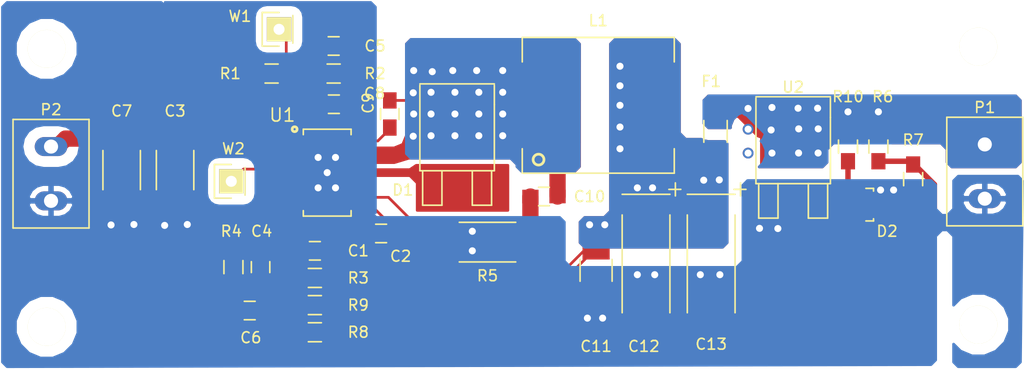
<source format=kicad_pcb>
(kicad_pcb (version 4) (host pcbnew 0.201601280802+6517~42~ubuntu15.04.1-product)

  (general
    (links 0)
    (no_connects 4)
    (area 31.499999 59.0745 125.975001 93.900001)
    (thickness 1.6)
    (drawings 4)
    (tracks 339)
    (zones 0)
    (modules 37)
    (nets 20)
  )

  (page A4)
  (layers
    (0 F.Cu signal)
    (31 B.Cu signal)
    (32 B.Adhes user)
    (33 F.Adhes user)
    (34 B.Paste user)
    (35 F.Paste user)
    (36 B.SilkS user)
    (37 F.SilkS user)
    (38 B.Mask user)
    (39 F.Mask user)
    (40 Dwgs.User user)
    (41 Cmts.User user)
    (42 Eco1.User user)
    (43 Eco2.User user)
    (44 Edge.Cuts user)
    (45 Margin user)
    (46 B.CrtYd user)
    (47 F.CrtYd user)
    (48 B.Fab user)
    (49 F.Fab user)
  )

  (setup
    (last_trace_width 1.5)
    (user_trace_width 0.5)
    (user_trace_width 1)
    (user_trace_width 1.5)
    (trace_clearance 0.2)
    (zone_clearance 1)
    (zone_45_only yes)
    (trace_min 0.2)
    (segment_width 0.2)
    (edge_width 0.15)
    (via_size 0.6)
    (via_drill 0.4)
    (via_min_size 0.4)
    (via_min_drill 0.3)
    (user_via 1 0.65)
    (uvia_size 0.3)
    (uvia_drill 0.1)
    (uvias_allowed no)
    (uvia_min_size 0.2)
    (uvia_min_drill 0.1)
    (pcb_text_width 0.3)
    (pcb_text_size 1.5 1.5)
    (mod_edge_width 0.15)
    (mod_text_size 1 1)
    (mod_text_width 0.15)
    (pad_size 3.5 3.5)
    (pad_drill 3.5)
    (pad_to_mask_clearance 0.2)
    (aux_axis_origin 0 0)
    (visible_elements FFFFFF7F)
    (pcbplotparams
      (layerselection 0x00030_ffffffff)
      (usegerberextensions false)
      (excludeedgelayer true)
      (linewidth 0.100000)
      (plotframeref false)
      (viasonmask false)
      (mode 1)
      (useauxorigin false)
      (hpglpennumber 1)
      (hpglpenspeed 20)
      (hpglpendiameter 15)
      (hpglpenoverlay 2)
      (psnegative false)
      (psa4output false)
      (plotreference true)
      (plotvalue true)
      (plotinvisibletext false)
      (padsonsilk false)
      (subtractmaskfromsilk false)
      (outputformat 1)
      (mirror false)
      (drillshape 1)
      (scaleselection 1)
      (outputdirectory ""))
  )

  (net 0 "")
  (net 1 GND)
  (net 2 /BAT_IN)
  (net 3 "Net-(C6-Pad1)")
  (net 4 "Net-(C10-Pad1)")
  (net 5 "Net-(D2-Pad1)")
  (net 6 "Net-(D2-Pad2)")
  (net 7 +5V)
  (net 8 /RAMP)
  (net 9 /SS)
  (net 10 /COMP)
  (net 11 /FB)
  (net 12 /SD)
  (net 13 /VCC)
  (net 14 /SW)
  (net 15 /BST)
  (net 16 /OUT)
  (net 17 /IS)
  (net 18 /RT)
  (net 19 /SYNC)

  (net_class Default "This is the default net class."
    (clearance 0.2)
    (trace_width 0.25)
    (via_dia 0.6)
    (via_drill 0.4)
    (uvia_dia 0.3)
    (uvia_drill 0.1)
    (add_net +5V)
    (add_net /BAT_IN)
    (add_net /BST)
    (add_net /COMP)
    (add_net /FB)
    (add_net /IS)
    (add_net /OUT)
    (add_net /RAMP)
    (add_net /RT)
    (add_net /SD)
    (add_net /SS)
    (add_net /SW)
    (add_net /SYNC)
    (add_net /VCC)
    (add_net GND)
    (add_net "Net-(C10-Pad1)")
    (add_net "Net-(C6-Pad1)")
    (add_net "Net-(D2-Pad1)")
    (add_net "Net-(D2-Pad2)")
  )

  (module Mounting_Holes:MountingHole_3mm (layer F.Cu) (tedit 56AFA6D1) (tstamp 56AFA73D)
    (at 35.8 64.4)
    (descr "Mounting hole, Befestigungsbohrung, 3mm, No Annular, Kein Restring,")
    (tags "Mounting hole, Befestigungsbohrung, 3mm, No Annular, Kein Restring,")
    (fp_text reference REF** (at 0 -4.0005) (layer F.SilkS) hide
      (effects (font (size 1 1) (thickness 0.15)))
    )
    (fp_text value MountingHole_3mm (at 3.2 -2.8) (layer F.Fab)
      (effects (font (size 1 1) (thickness 0.15)))
    )
    (fp_circle (center 0 0) (end 3 0) (layer Cmts.User) (width 0.381))
    (pad "" np_thru_hole circle (at 0 0) (size 3.5 3.5) (drill 3.5) (layers *.Cu *.Mask F.SilkS))
  )

  (module Mounting_Holes:MountingHole_3mm (layer F.Cu) (tedit 56AFA6D6) (tstamp 56AFA738)
    (at 35.8 90)
    (descr "Mounting hole, Befestigungsbohrung, 3mm, No Annular, Kein Restring,")
    (tags "Mounting hole, Befestigungsbohrung, 3mm, No Annular, Kein Restring,")
    (fp_text reference REF** (at 0 -4.0005) (layer F.SilkS) hide
      (effects (font (size 1 1) (thickness 0.15)))
    )
    (fp_text value MountingHole_3mm (at 3.6 -4.2) (layer F.Fab)
      (effects (font (size 1 1) (thickness 0.15)))
    )
    (fp_circle (center 0 0) (end 3 0) (layer Cmts.User) (width 0.381))
    (pad "" np_thru_hole circle (at 0 0) (size 3.5 3.5) (drill 3.5) (layers *.Cu *.Mask F.SilkS))
  )

  (module Mounting_Holes:MountingHole_3mm (layer F.Cu) (tedit 56AFA6F0) (tstamp 56AFA728)
    (at 121.6 89.8)
    (descr "Mounting hole, Befestigungsbohrung, 3mm, No Annular, Kein Restring,")
    (tags "Mounting hole, Befestigungsbohrung, 3mm, No Annular, Kein Restring,")
    (fp_text reference REF** (at 0 -4.0005) (layer F.SilkS) hide
      (effects (font (size 1 1) (thickness 0.15)))
    )
    (fp_text value MountingHole_3mm (at -11.8 2) (layer F.Fab)
      (effects (font (size 1 1) (thickness 0.15)))
    )
    (fp_circle (center 0 0) (end 3 0) (layer Cmts.User) (width 0.381))
    (pad "" np_thru_hole circle (at 0 0) (size 3.5 3.5) (drill 3.5) (layers *.Cu *.Mask F.SilkS))
  )

  (module C-BISCUIT:Inductor_EB_DR127 (layer F.Cu) (tedit 56AEA0DA) (tstamp 56AE8670)
    (at 81.6 69.6)
    (descr http://www.cooperindustries.com/content/dam/public/bussmann/Electronics/Resources/product-datasheets/Bus_Elx_DS_4315_DR_Series.pdf)
    (tags inductor)
    (path /56A66401)
    (attr smd)
    (fp_text reference L1 (at 5 -7.8 180) (layer F.SilkS)
      (effects (font (size 1 1) (thickness 0.15)))
    )
    (fp_text value 33uH (at 5 7.62) (layer F.Fab)
      (effects (font (size 1 1) (thickness 0.15)))
    )
    (fp_circle (center -0.5 5) (end 0 5) (layer F.SilkS) (width 0.25))
    (fp_line (start -2 -4) (end -2 -6.25) (layer F.SilkS) (width 0.15))
    (fp_line (start -2.002082 -6.25) (end 12.002231 -6.25) (layer F.SilkS) (width 0.15))
    (fp_line (start 12 -6.25) (end 12 -4) (layer F.SilkS) (width 0.15))
    (fp_line (start 12.002231 6.25) (end -2.002082 6.25) (layer F.SilkS) (width 0.15))
    (fp_text user "" (at 0 0) (layer F.SilkS)
      (effects (font (size 1 1) (thickness 0.15)))
    )
    (fp_text user "" (at 0 0) (layer F.SilkS)
      (effects (font (size 1 1) (thickness 0.15)))
    )
    (fp_line (start -2 6.25) (end -2 4) (layer F.SilkS) (width 0.15))
    (fp_line (start 12 4) (end 12 6.25) (layer F.SilkS) (width 0.15))
    (pad 1 smd rect (at 0 0) (size 3.85 5.5) (layers F.Cu F.Paste F.Mask)
      (net 14 /SW))
    (pad 2 smd rect (at 9.95 0) (size 3.85 5.5) (layers F.Cu F.Paste F.Mask)
      (net 16 /OUT))
  )

  (module Capacitors_SMD:C_0805_HandSoldering (layer F.Cu) (tedit 541A9B8D) (tstamp 56AE85C5)
    (at 60.5 83 180)
    (descr "Capacitor SMD 0805, hand soldering")
    (tags "capacitor 0805")
    (path /56AEB421)
    (attr smd)
    (fp_text reference C1 (at -4 0 180) (layer F.SilkS)
      (effects (font (size 1 1) (thickness 0.15)))
    )
    (fp_text value 330pF (at -5 0 180) (layer F.Fab)
      (effects (font (size 1 1) (thickness 0.15)))
    )
    (fp_line (start -2.3 -1) (end 2.3 -1) (layer F.CrtYd) (width 0.05))
    (fp_line (start -2.3 1) (end 2.3 1) (layer F.CrtYd) (width 0.05))
    (fp_line (start -2.3 -1) (end -2.3 1) (layer F.CrtYd) (width 0.05))
    (fp_line (start 2.3 -1) (end 2.3 1) (layer F.CrtYd) (width 0.05))
    (fp_line (start 0.5 -0.85) (end -0.5 -0.85) (layer F.SilkS) (width 0.15))
    (fp_line (start -0.5 0.85) (end 0.5 0.85) (layer F.SilkS) (width 0.15))
    (pad 1 smd rect (at -1.25 0 180) (size 1.5 1.25) (layers F.Cu F.Paste F.Mask)
      (net 1 GND))
    (pad 2 smd rect (at 1.25 0 180) (size 1.5 1.25) (layers F.Cu F.Paste F.Mask)
      (net 8 /RAMP))
    (model Capacitors_SMD.3dshapes/C_0805_HandSoldering.wrl
      (at (xyz 0 0 0))
      (scale (xyz 1 1 1))
      (rotate (xyz 0 0 0))
    )
  )

  (module Capacitors_SMD:C_0805_HandSoldering (layer F.Cu) (tedit 541A9B8D) (tstamp 56AE85D1)
    (at 66.6 81.4 180)
    (descr "Capacitor SMD 0805, hand soldering")
    (tags "capacitor 0805")
    (path /56A6DDC3)
    (attr smd)
    (fp_text reference C2 (at -1.8 -2.1 180) (layer F.SilkS)
      (effects (font (size 1 1) (thickness 0.15)))
    )
    (fp_text value 0.01uF (at 0 2.1 180) (layer F.Fab)
      (effects (font (size 1 1) (thickness 0.15)))
    )
    (fp_line (start -2.3 -1) (end 2.3 -1) (layer F.CrtYd) (width 0.05))
    (fp_line (start -2.3 1) (end 2.3 1) (layer F.CrtYd) (width 0.05))
    (fp_line (start -2.3 -1) (end -2.3 1) (layer F.CrtYd) (width 0.05))
    (fp_line (start 2.3 -1) (end 2.3 1) (layer F.CrtYd) (width 0.05))
    (fp_line (start 0.5 -0.85) (end -0.5 -0.85) (layer F.SilkS) (width 0.15))
    (fp_line (start -0.5 0.85) (end 0.5 0.85) (layer F.SilkS) (width 0.15))
    (pad 1 smd rect (at -1.25 0 180) (size 1.5 1.25) (layers F.Cu F.Paste F.Mask)
      (net 9 /SS))
    (pad 2 smd rect (at 1.25 0 180) (size 1.5 1.25) (layers F.Cu F.Paste F.Mask)
      (net 1 GND))
    (model Capacitors_SMD.3dshapes/C_0805_HandSoldering.wrl
      (at (xyz 0 0 0))
      (scale (xyz 1 1 1))
      (rotate (xyz 0 0 0))
    )
  )

  (module Capacitors_SMD:C_1812_HandSoldering (layer F.Cu) (tedit 56AE8A13) (tstamp 56AE85DD)
    (at 47.625 75.565 270)
    (descr "Capacitor SMD 1812, hand soldering")
    (tags "capacitor 1812")
    (path /56A74406)
    (attr smd)
    (fp_text reference C3 (at -5.44 0 360) (layer F.SilkS)
      (effects (font (size 1 1) (thickness 0.15)))
    )
    (fp_text value 2.2uF (at 0 3 270) (layer F.Fab) hide
      (effects (font (size 1 1) (thickness 0.15)))
    )
    (fp_line (start -4.3 -1.85) (end 4.3 -1.85) (layer F.CrtYd) (width 0.05))
    (fp_line (start -4.3 1.85) (end 4.3 1.85) (layer F.CrtYd) (width 0.05))
    (fp_line (start -4.3 -1.85) (end -4.3 1.85) (layer F.CrtYd) (width 0.05))
    (fp_line (start 4.3 -1.85) (end 4.3 1.85) (layer F.CrtYd) (width 0.05))
    (fp_line (start 1.8 -1.725) (end -1.8 -1.725) (layer F.SilkS) (width 0.15))
    (fp_line (start -1.8 1.725) (end 1.8 1.725) (layer F.SilkS) (width 0.15))
    (pad 1 smd rect (at -2.9 0 270) (size 2.2 3) (layers F.Cu F.Paste F.Mask)
      (net 2 /BAT_IN))
    (pad 2 smd rect (at 2.9 0 270) (size 2.2 3) (layers F.Cu F.Paste F.Mask)
      (net 1 GND))
    (model Capacitors_SMD.3dshapes/C_1812_HandSoldering.wrl
      (at (xyz 0 0 0))
      (scale (xyz 1 1 1))
      (rotate (xyz 0 0 0))
    )
  )

  (module Capacitors_SMD:C_0805_HandSoldering (layer F.Cu) (tedit 541A9B8D) (tstamp 56AE85E9)
    (at 55.5 84.5 270)
    (descr "Capacitor SMD 0805, hand soldering")
    (tags "capacitor 0805")
    (path /56A6D797)
    (attr smd)
    (fp_text reference C4 (at -3.3 -0.1 540) (layer F.SilkS)
      (effects (font (size 1 1) (thickness 0.15)))
    )
    (fp_text value DNP (at -4 2.5 270) (layer F.Fab)
      (effects (font (size 1 1) (thickness 0.15)))
    )
    (fp_line (start -2.3 -1) (end 2.3 -1) (layer F.CrtYd) (width 0.05))
    (fp_line (start -2.3 1) (end 2.3 1) (layer F.CrtYd) (width 0.05))
    (fp_line (start -2.3 -1) (end -2.3 1) (layer F.CrtYd) (width 0.05))
    (fp_line (start 2.3 -1) (end 2.3 1) (layer F.CrtYd) (width 0.05))
    (fp_line (start 0.5 -0.85) (end -0.5 -0.85) (layer F.SilkS) (width 0.15))
    (fp_line (start -0.5 0.85) (end 0.5 0.85) (layer F.SilkS) (width 0.15))
    (pad 1 smd rect (at -1.25 0 270) (size 1.5 1.25) (layers F.Cu F.Paste F.Mask)
      (net 10 /COMP))
    (pad 2 smd rect (at 1.25 0 270) (size 1.5 1.25) (layers F.Cu F.Paste F.Mask)
      (net 11 /FB))
    (model Capacitors_SMD.3dshapes/C_0805_HandSoldering.wrl
      (at (xyz 0 0 0))
      (scale (xyz 1 1 1))
      (rotate (xyz 0 0 0))
    )
  )

  (module Capacitors_SMD:C_0805_HandSoldering (layer F.Cu) (tedit 541A9B8D) (tstamp 56AE85F5)
    (at 62.23 64.135)
    (descr "Capacitor SMD 0805, hand soldering")
    (tags "capacitor 0805")
    (path /56A73267)
    (attr smd)
    (fp_text reference C5 (at 3.81 0) (layer F.SilkS)
      (effects (font (size 1 1) (thickness 0.15)))
    )
    (fp_text value DNP (at 4.445 0) (layer F.Fab)
      (effects (font (size 1 1) (thickness 0.15)))
    )
    (fp_line (start -2.3 -1) (end 2.3 -1) (layer F.CrtYd) (width 0.05))
    (fp_line (start -2.3 1) (end 2.3 1) (layer F.CrtYd) (width 0.05))
    (fp_line (start -2.3 -1) (end -2.3 1) (layer F.CrtYd) (width 0.05))
    (fp_line (start 2.3 -1) (end 2.3 1) (layer F.CrtYd) (width 0.05))
    (fp_line (start 0.5 -0.85) (end -0.5 -0.85) (layer F.SilkS) (width 0.15))
    (fp_line (start -0.5 0.85) (end 0.5 0.85) (layer F.SilkS) (width 0.15))
    (pad 1 smd rect (at -1.25 0) (size 1.5 1.25) (layers F.Cu F.Paste F.Mask)
      (net 12 /SD))
    (pad 2 smd rect (at 1.25 0) (size 1.5 1.25) (layers F.Cu F.Paste F.Mask)
      (net 1 GND))
    (model Capacitors_SMD.3dshapes/C_0805_HandSoldering.wrl
      (at (xyz 0 0 0))
      (scale (xyz 1 1 1))
      (rotate (xyz 0 0 0))
    )
  )

  (module Capacitors_SMD:C_0805_HandSoldering (layer F.Cu) (tedit 541A9B8D) (tstamp 56AE8601)
    (at 54.5 88.5)
    (descr "Capacitor SMD 0805, hand soldering")
    (tags "capacitor 0805")
    (path /56A6CF2B)
    (attr smd)
    (fp_text reference C6 (at 0.1 2.5 180) (layer F.SilkS)
      (effects (font (size 1 1) (thickness 0.15)))
    )
    (fp_text value 0.01uF (at -1.5 -5.5) (layer F.Fab)
      (effects (font (size 1 1) (thickness 0.15)))
    )
    (fp_line (start -2.3 -1) (end 2.3 -1) (layer F.CrtYd) (width 0.05))
    (fp_line (start -2.3 1) (end 2.3 1) (layer F.CrtYd) (width 0.05))
    (fp_line (start -2.3 -1) (end -2.3 1) (layer F.CrtYd) (width 0.05))
    (fp_line (start 2.3 -1) (end 2.3 1) (layer F.CrtYd) (width 0.05))
    (fp_line (start 0.5 -0.85) (end -0.5 -0.85) (layer F.SilkS) (width 0.15))
    (fp_line (start -0.5 0.85) (end 0.5 0.85) (layer F.SilkS) (width 0.15))
    (pad 1 smd rect (at -1.25 0) (size 1.5 1.25) (layers F.Cu F.Paste F.Mask)
      (net 3 "Net-(C6-Pad1)"))
    (pad 2 smd rect (at 1.25 0) (size 1.5 1.25) (layers F.Cu F.Paste F.Mask)
      (net 11 /FB))
    (model Capacitors_SMD.3dshapes/C_0805_HandSoldering.wrl
      (at (xyz 0 0 0))
      (scale (xyz 1 1 1))
      (rotate (xyz 0 0 0))
    )
  )

  (module Capacitors_SMD:C_1812_HandSoldering (layer F.Cu) (tedit 56AE8A17) (tstamp 56AE860D)
    (at 42.705 75.565 270)
    (descr "Capacitor SMD 1812, hand soldering")
    (tags "capacitor 1812")
    (path /56A744A6)
    (attr smd)
    (fp_text reference C7 (at -5.44 0 540) (layer F.SilkS)
      (effects (font (size 1 1) (thickness 0.15)))
    )
    (fp_text value 2.2uF (at 0 3 270) (layer F.Fab) hide
      (effects (font (size 1 1) (thickness 0.15)))
    )
    (fp_line (start -4.3 -1.85) (end 4.3 -1.85) (layer F.CrtYd) (width 0.05))
    (fp_line (start -4.3 1.85) (end 4.3 1.85) (layer F.CrtYd) (width 0.05))
    (fp_line (start -4.3 -1.85) (end -4.3 1.85) (layer F.CrtYd) (width 0.05))
    (fp_line (start 4.3 -1.85) (end 4.3 1.85) (layer F.CrtYd) (width 0.05))
    (fp_line (start 1.8 -1.725) (end -1.8 -1.725) (layer F.SilkS) (width 0.15))
    (fp_line (start -1.8 1.725) (end 1.8 1.725) (layer F.SilkS) (width 0.15))
    (pad 1 smd rect (at -2.9 0 270) (size 2.2 3) (layers F.Cu F.Paste F.Mask)
      (net 2 /BAT_IN))
    (pad 2 smd rect (at 2.9 0 270) (size 2.2 3) (layers F.Cu F.Paste F.Mask)
      (net 1 GND))
    (model Capacitors_SMD.3dshapes/C_1812_HandSoldering.wrl
      (at (xyz 0 0 0))
      (scale (xyz 1 1 1))
      (rotate (xyz 0 0 0))
    )
  )

  (module Capacitors_SMD:C_0805_HandSoldering (layer F.Cu) (tedit 541A9B8D) (tstamp 56AE8619)
    (at 62.25 69.5)
    (descr "Capacitor SMD 0805, hand soldering")
    (tags "capacitor 0805")
    (path /56A671DA)
    (attr smd)
    (fp_text reference C8 (at 3.75 -1) (layer F.SilkS)
      (effects (font (size 1 1) (thickness 0.15)))
    )
    (fp_text value 0.47uF (at 5.5 0) (layer F.Fab)
      (effects (font (size 1 1) (thickness 0.15)))
    )
    (fp_line (start -2.3 -1) (end 2.3 -1) (layer F.CrtYd) (width 0.05))
    (fp_line (start -2.3 1) (end 2.3 1) (layer F.CrtYd) (width 0.05))
    (fp_line (start -2.3 -1) (end -2.3 1) (layer F.CrtYd) (width 0.05))
    (fp_line (start 2.3 -1) (end 2.3 1) (layer F.CrtYd) (width 0.05))
    (fp_line (start 0.5 -0.85) (end -0.5 -0.85) (layer F.SilkS) (width 0.15))
    (fp_line (start -0.5 0.85) (end 0.5 0.85) (layer F.SilkS) (width 0.15))
    (pad 1 smd rect (at -1.25 0) (size 1.5 1.25) (layers F.Cu F.Paste F.Mask)
      (net 13 /VCC))
    (pad 2 smd rect (at 1.25 0) (size 1.5 1.25) (layers F.Cu F.Paste F.Mask)
      (net 1 GND))
    (model Capacitors_SMD.3dshapes/C_0805_HandSoldering.wrl
      (at (xyz 0 0 0))
      (scale (xyz 1 1 1))
      (rotate (xyz 0 0 0))
    )
  )

  (module Capacitors_SMD:C_0805_HandSoldering (layer F.Cu) (tedit 541A9B8D) (tstamp 56AE8625)
    (at 67.4 70.4 270)
    (descr "Capacitor SMD 0805, hand soldering")
    (tags "capacitor 0805")
    (path /56A67758)
    (attr smd)
    (fp_text reference C9 (at -1 2 270) (layer F.SilkS)
      (effects (font (size 1 1) (thickness 0.15)))
    )
    (fp_text value 0.022uF (at 0 2.1 270) (layer F.Fab)
      (effects (font (size 1 1) (thickness 0.15)))
    )
    (fp_line (start -2.3 -1) (end 2.3 -1) (layer F.CrtYd) (width 0.05))
    (fp_line (start -2.3 1) (end 2.3 1) (layer F.CrtYd) (width 0.05))
    (fp_line (start -2.3 -1) (end -2.3 1) (layer F.CrtYd) (width 0.05))
    (fp_line (start 2.3 -1) (end 2.3 1) (layer F.CrtYd) (width 0.05))
    (fp_line (start 0.5 -0.85) (end -0.5 -0.85) (layer F.SilkS) (width 0.15))
    (fp_line (start -0.5 0.85) (end 0.5 0.85) (layer F.SilkS) (width 0.15))
    (pad 1 smd rect (at -1.25 0 270) (size 1.5 1.25) (layers F.Cu F.Paste F.Mask)
      (net 14 /SW))
    (pad 2 smd rect (at 1.25 0 270) (size 1.5 1.25) (layers F.Cu F.Paste F.Mask)
      (net 15 /BST))
    (model Capacitors_SMD.3dshapes/C_0805_HandSoldering.wrl
      (at (xyz 0 0 0))
      (scale (xyz 1 1 1))
      (rotate (xyz 0 0 0))
    )
  )

  (module Capacitors_SMD:C_0805_HandSoldering (layer F.Cu) (tedit 541A9B8D) (tstamp 56AE8631)
    (at 81.6 78)
    (descr "Capacitor SMD 0805, hand soldering")
    (tags "capacitor 0805")
    (path /56A68767)
    (attr smd)
    (fp_text reference C10 (at 4.2 0) (layer F.SilkS)
      (effects (font (size 1 1) (thickness 0.15)))
    )
    (fp_text value 330pF (at 0 2.1) (layer F.Fab)
      (effects (font (size 1 1) (thickness 0.15)))
    )
    (fp_line (start -2.3 -1) (end 2.3 -1) (layer F.CrtYd) (width 0.05))
    (fp_line (start -2.3 1) (end 2.3 1) (layer F.CrtYd) (width 0.05))
    (fp_line (start -2.3 -1) (end -2.3 1) (layer F.CrtYd) (width 0.05))
    (fp_line (start 2.3 -1) (end 2.3 1) (layer F.CrtYd) (width 0.05))
    (fp_line (start 0.5 -0.85) (end -0.5 -0.85) (layer F.SilkS) (width 0.15))
    (fp_line (start -0.5 0.85) (end 0.5 0.85) (layer F.SilkS) (width 0.15))
    (pad 1 smd rect (at -1.25 0) (size 1.5 1.25) (layers F.Cu F.Paste F.Mask)
      (net 4 "Net-(C10-Pad1)"))
    (pad 2 smd rect (at 1.25 0) (size 1.5 1.25) (layers F.Cu F.Paste F.Mask)
      (net 14 /SW))
    (model Capacitors_SMD.3dshapes/C_0805_HandSoldering.wrl
      (at (xyz 0 0 0))
      (scale (xyz 1 1 1))
      (rotate (xyz 0 0 0))
    )
  )

  (module Capacitors_SMD:C_1210_HandSoldering (layer F.Cu) (tedit 541A9C39) (tstamp 56AE863D)
    (at 86.4 84.8 270)
    (descr "Capacitor SMD 1210, hand soldering")
    (tags "capacitor 1210")
    (path /56A69E44)
    (attr smd)
    (fp_text reference C11 (at 7 0 360) (layer F.SilkS)
      (effects (font (size 1 1) (thickness 0.15)))
    )
    (fp_text value 22uF (at 0.2 5 270) (layer F.Fab)
      (effects (font (size 1 1) (thickness 0.15)))
    )
    (fp_line (start -3.3 -1.6) (end 3.3 -1.6) (layer F.CrtYd) (width 0.05))
    (fp_line (start -3.3 1.6) (end 3.3 1.6) (layer F.CrtYd) (width 0.05))
    (fp_line (start -3.3 -1.6) (end -3.3 1.6) (layer F.CrtYd) (width 0.05))
    (fp_line (start 3.3 -1.6) (end 3.3 1.6) (layer F.CrtYd) (width 0.05))
    (fp_line (start 1 -1.475) (end -1 -1.475) (layer F.SilkS) (width 0.15))
    (fp_line (start -1 1.475) (end 1 1.475) (layer F.SilkS) (width 0.15))
    (pad 1 smd rect (at -2 0 270) (size 2 2.5) (layers F.Cu F.Paste F.Mask)
      (net 16 /OUT))
    (pad 2 smd rect (at 2 0 270) (size 2 2.5) (layers F.Cu F.Paste F.Mask)
      (net 1 GND))
    (model Capacitors_SMD.3dshapes/C_1210_HandSoldering.wrl
      (at (xyz 0 0 0))
      (scale (xyz 1 1 1))
      (rotate (xyz 0 0 0))
    )
  )

  (module Capacitors_Tantalum_SMD:TantalC_SizeD_EIA-7343_HandSoldering (layer F.Cu) (tedit 56AE9C39) (tstamp 56AE8649)
    (at 91 84.2 270)
    (descr "Tantal Cap. , Size D, EIA-7343, Hand Soldering,")
    (tags "Tantal Cap. , Size D, EIA-7343, Hand Soldering,")
    (path /56A69EAC)
    (attr smd)
    (fp_text reference C12 (at 7.6 0.2 360) (layer F.SilkS)
      (effects (font (size 1 1) (thickness 0.15)))
    )
    (fp_text value 150uF (at -0.09906 3.59918 270) (layer F.Fab)
      (effects (font (size 1 1) (thickness 0.15)))
    )
    (fp_line (start -6.40334 -2.19964) (end -6.40334 2.19964) (layer F.SilkS) (width 0.15))
    (fp_line (start -4.50088 2.19964) (end 4.50088 2.19964) (layer F.SilkS) (width 0.15))
    (fp_line (start 4.50088 -2.19964) (end -4.50088 -2.19964) (layer F.SilkS) (width 0.15))
    (fp_text user + (at -8.61126 -1 270) (layer F.SilkS) hide
      (effects (font (size 1 1) (thickness 0.15)))
    )
    (fp_line (start -6.858 -3.20294) (end -6.858 -2.10312) (layer F.SilkS) (width 0.15))
    (fp_line (start -7.45744 -2.70256) (end -6.25856 -2.70256) (layer F.SilkS) (width 0.15))
    (pad 2 smd rect (at 3.88874 0 270) (size 4.0005 2.70002) (layers F.Cu F.Paste F.Mask)
      (net 1 GND))
    (pad 1 smd rect (at -3.88874 0 270) (size 4.0005 2.70002) (layers F.Cu F.Paste F.Mask)
      (net 16 /OUT))
    (model Capacitors_Tantalum_SMD.3dshapes/TantalC_SizeD_EIA-7343_HandSoldering.wrl
      (at (xyz 0 0 0))
      (scale (xyz 1 1 1))
      (rotate (xyz 0 0 180))
    )
  )

  (module TO_SOT_Packages_SMD:TO-252-2Lead (layer F.Cu) (tedit 56AF83A3) (tstamp 56AE8650)
    (at 73.6 77.15)
    (descr "DPAK / TO-252 2-lead smd package")
    (tags "dpak TO-252")
    (path /56A670B7)
    (attr smd)
    (fp_text reference D1 (at -5 0.25) (layer F.SilkS)
      (effects (font (size 1 1) (thickness 0.15)))
    )
    (fp_text value CSHD6-60C (at 0 -2.413) (layer F.Fab)
      (effects (font (size 1 1) (thickness 0.15)))
    )
    (fp_line (start 1.397 -1.524) (end 1.397 1.651) (layer F.SilkS) (width 0.15))
    (fp_line (start 1.397 1.651) (end 3.175 1.651) (layer F.SilkS) (width 0.15))
    (fp_line (start 3.175 1.651) (end 3.175 -1.524) (layer F.SilkS) (width 0.15))
    (fp_line (start -3.175 -1.524) (end -3.175 1.651) (layer F.SilkS) (width 0.15))
    (fp_line (start -3.175 1.651) (end -1.397 1.651) (layer F.SilkS) (width 0.15))
    (fp_line (start -1.397 1.651) (end -1.397 -1.524) (layer F.SilkS) (width 0.15))
    (fp_line (start 3.429 -7.62) (end 3.429 -1.524) (layer F.SilkS) (width 0.15))
    (fp_line (start 3.429 -1.524) (end -3.429 -1.524) (layer F.SilkS) (width 0.15))
    (fp_line (start -3.429 -1.524) (end -3.429 -9.398) (layer F.SilkS) (width 0.15))
    (fp_line (start -3.429 -9.525) (end 3.429 -9.525) (layer F.SilkS) (width 0.15))
    (fp_line (start 3.429 -9.398) (end 3.429 -7.62) (layer F.SilkS) (width 0.15))
    (pad 1 smd rect (at -2.286 0) (size 1.651 3.048) (layers F.Cu F.Paste F.Mask)
      (net 17 /IS))
    (pad 2 smd rect (at 0 -6.35) (size 6.096 6.096) (layers F.Cu F.Paste F.Mask)
      (net 14 /SW))
    (pad 3 smd rect (at 2.286 0) (size 1.651 3.048) (layers F.Cu F.Paste F.Mask)
      (net 17 /IS))
    (model TO_SOT_Packages_SMD.3dshapes/TO-252-2Lead.wrl
      (at (xyz 0 0 0))
      (scale (xyz 1 1 1))
      (rotate (xyz 0 0 0))
    )
  )

  (module TO_SOT_Packages_SMD:SOT-23_Handsoldering (layer F.Cu) (tedit 54E9291B) (tstamp 56AE8657)
    (at 111.30114 78.75 270)
    (descr "SOT-23, Handsoldering")
    (tags SOT-23)
    (path /56A298BF)
    (attr smd)
    (fp_text reference D2 (at 2.45 -1.89886 360) (layer F.SilkS)
      (effects (font (size 1 1) (thickness 0.15)))
    )
    (fp_text value LM431 (at 0 3.81 270) (layer F.Fab)
      (effects (font (size 1 1) (thickness 0.15)))
    )
    (fp_line (start -1.49982 0.0508) (end -1.49982 -0.65024) (layer F.SilkS) (width 0.15))
    (fp_line (start -1.49982 -0.65024) (end -1.2509 -0.65024) (layer F.SilkS) (width 0.15))
    (fp_line (start 1.29916 -0.65024) (end 1.49982 -0.65024) (layer F.SilkS) (width 0.15))
    (fp_line (start 1.49982 -0.65024) (end 1.49982 0.0508) (layer F.SilkS) (width 0.15))
    (pad 1 smd rect (at -0.95 1.50114 270) (size 0.8001 1.80086) (layers F.Cu F.Paste F.Mask)
      (net 5 "Net-(D2-Pad1)"))
    (pad 2 smd rect (at 0.95 1.50114 270) (size 0.8001 1.80086) (layers F.Cu F.Paste F.Mask)
      (net 6 "Net-(D2-Pad2)"))
    (pad 3 smd rect (at 0 -1.50114 270) (size 0.8001 1.80086) (layers F.Cu F.Paste F.Mask)
      (net 1 GND))
    (model TO_SOT_Packages_SMD.3dshapes/SOT-23_Handsoldering.wrl
      (at (xyz 0 0 0))
      (scale (xyz 1 1 1))
      (rotate (xyz 0 0 0))
    )
  )

  (module Resistors_SMD:R_1206_HandSoldering (layer F.Cu) (tedit 5418A20D) (tstamp 56AE8663)
    (at 97.4 72 90)
    (descr "Resistor SMD 1206, hand soldering")
    (tags "resistor 1206")
    (path /56A29A9A)
    (attr smd)
    (fp_text reference F1 (at 4.6 -0.4 180) (layer F.SilkS)
      (effects (font (size 1 1) (thickness 0.15)))
    )
    (fp_text value 3A (at 0 -2.2 90) (layer F.Fab)
      (effects (font (size 1 1) (thickness 0.15)))
    )
    (fp_line (start -3.3 -1.2) (end 3.3 -1.2) (layer F.CrtYd) (width 0.05))
    (fp_line (start -3.3 1.2) (end 3.3 1.2) (layer F.CrtYd) (width 0.05))
    (fp_line (start -3.3 -1.2) (end -3.3 1.2) (layer F.CrtYd) (width 0.05))
    (fp_line (start 3.3 -1.2) (end 3.3 1.2) (layer F.CrtYd) (width 0.05))
    (fp_line (start 1 1.075) (end -1 1.075) (layer F.SilkS) (width 0.15))
    (fp_line (start -1 -1.075) (end 1 -1.075) (layer F.SilkS) (width 0.15))
    (pad 1 smd rect (at -2 0 90) (size 2 1.7) (layers F.Cu F.Paste F.Mask)
      (net 16 /OUT))
    (pad 2 smd rect (at 2 0 90) (size 2 1.7) (layers F.Cu F.Paste F.Mask)
      (net 7 +5V))
    (model Resistors_SMD.3dshapes/R_1206_HandSoldering.wrl
      (at (xyz 0 0 0))
      (scale (xyz 1 1 1))
      (rotate (xyz 0 0 0))
    )
  )

  (module C-BISCUIT:Conn_01x02_5.0mm_Phoenix_1935161 (layer F.Cu) (tedit 56AE7656) (tstamp 56AE8692)
    (at 122.2 73.2 270)
    (path /56AE9A24)
    (attr virtual)
    (fp_text reference P1 (at -3.4 0 360) (layer F.SilkS)
      (effects (font (size 1 1) (thickness 0.15)))
    )
    (fp_text value CONN_01X02 (at 2.6 2.4 270) (layer F.Fab)
      (effects (font (size 1 1) (thickness 0.15)))
    )
    (fp_line (start -2.5 3.5) (end 7.5 3.5) (layer F.SilkS) (width 0.15))
    (fp_line (start -2.5 -3.5) (end 7.5 -3.5) (layer F.SilkS) (width 0.15))
    (fp_line (start -2.5 -3.5) (end -2.5 3.5) (layer F.SilkS) (width 0.15))
    (fp_line (start 7.5 -3.5) (end 7.5 3.5) (layer F.SilkS) (width 0.15))
    (pad 1 thru_hole oval (at 0 0 270) (size 1.75 3) (drill 1.3) (layers *.Cu *.Mask)
      (net 7 +5V))
    (pad 2 thru_hole oval (at 5 0 270) (size 1.75 3) (drill 1.3) (layers *.Cu *.Mask)
      (net 1 GND))
  )

  (module C-BISCUIT:Conn_01x02_5.0mm_Phoenix_1935161 (layer F.Cu) (tedit 56AE7656) (tstamp 56AE869C)
    (at 36.2 73.4 270)
    (path /56AF19C8)
    (attr virtual)
    (fp_text reference P2 (at -3.4 0 360) (layer F.SilkS)
      (effects (font (size 1 1) (thickness 0.15)))
    )
    (fp_text value CONN_01X02 (at -1.2 2.2 270) (layer F.Fab)
      (effects (font (size 1 1) (thickness 0.15)))
    )
    (fp_line (start -2.5 3.5) (end 7.5 3.5) (layer F.SilkS) (width 0.15))
    (fp_line (start -2.5 -3.5) (end 7.5 -3.5) (layer F.SilkS) (width 0.15))
    (fp_line (start -2.5 -3.5) (end -2.5 3.5) (layer F.SilkS) (width 0.15))
    (fp_line (start 7.5 -3.5) (end 7.5 3.5) (layer F.SilkS) (width 0.15))
    (pad 1 thru_hole oval (at 0 0 270) (size 1.75 3) (drill 1.3) (layers *.Cu *.Mask)
      (net 2 /BAT_IN))
    (pad 2 thru_hole oval (at 5 0 270) (size 1.75 3) (drill 1.3) (layers *.Cu *.Mask)
      (net 1 GND))
  )

  (module Resistors_SMD:R_0805_HandSoldering (layer F.Cu) (tedit 54189DEE) (tstamp 56AE86A8)
    (at 56.515 66.675)
    (descr "Resistor SMD 0805, hand soldering")
    (tags "resistor 0805")
    (path /56A73122)
    (attr smd)
    (fp_text reference R1 (at -3.81 0) (layer F.SilkS)
      (effects (font (size 1 1) (thickness 0.15)))
    )
    (fp_text value DNP (at -3.81 0) (layer F.Fab)
      (effects (font (size 1 1) (thickness 0.15)))
    )
    (fp_line (start -2.4 -1) (end 2.4 -1) (layer F.CrtYd) (width 0.05))
    (fp_line (start -2.4 1) (end 2.4 1) (layer F.CrtYd) (width 0.05))
    (fp_line (start -2.4 -1) (end -2.4 1) (layer F.CrtYd) (width 0.05))
    (fp_line (start 2.4 -1) (end 2.4 1) (layer F.CrtYd) (width 0.05))
    (fp_line (start 0.6 0.875) (end -0.6 0.875) (layer F.SilkS) (width 0.15))
    (fp_line (start -0.6 -0.875) (end 0.6 -0.875) (layer F.SilkS) (width 0.15))
    (pad 1 smd rect (at -1.35 0) (size 1.5 1.3) (layers F.Cu F.Paste F.Mask)
      (net 2 /BAT_IN))
    (pad 2 smd rect (at 1.35 0) (size 1.5 1.3) (layers F.Cu F.Paste F.Mask)
      (net 12 /SD))
    (model Resistors_SMD.3dshapes/R_0805_HandSoldering.wrl
      (at (xyz 0 0 0))
      (scale (xyz 1 1 1))
      (rotate (xyz 0 0 0))
    )
  )

  (module Resistors_SMD:R_0805_HandSoldering (layer F.Cu) (tedit 54189DEE) (tstamp 56AE86B4)
    (at 62.23 66.675)
    (descr "Resistor SMD 0805, hand soldering")
    (tags "resistor 0805")
    (path /56A7319F)
    (attr smd)
    (fp_text reference R2 (at 3.81 0) (layer F.SilkS)
      (effects (font (size 1 1) (thickness 0.15)))
    )
    (fp_text value DNP (at 4.445 0) (layer F.Fab)
      (effects (font (size 1 1) (thickness 0.15)))
    )
    (fp_line (start -2.4 -1) (end 2.4 -1) (layer F.CrtYd) (width 0.05))
    (fp_line (start -2.4 1) (end 2.4 1) (layer F.CrtYd) (width 0.05))
    (fp_line (start -2.4 -1) (end -2.4 1) (layer F.CrtYd) (width 0.05))
    (fp_line (start 2.4 -1) (end 2.4 1) (layer F.CrtYd) (width 0.05))
    (fp_line (start 0.6 0.875) (end -0.6 0.875) (layer F.SilkS) (width 0.15))
    (fp_line (start -0.6 -0.875) (end 0.6 -0.875) (layer F.SilkS) (width 0.15))
    (pad 1 smd rect (at -1.35 0) (size 1.5 1.3) (layers F.Cu F.Paste F.Mask)
      (net 12 /SD))
    (pad 2 smd rect (at 1.35 0) (size 1.5 1.3) (layers F.Cu F.Paste F.Mask)
      (net 1 GND))
    (model Resistors_SMD.3dshapes/R_0805_HandSoldering.wrl
      (at (xyz 0 0 0))
      (scale (xyz 1 1 1))
      (rotate (xyz 0 0 0))
    )
  )

  (module Resistors_SMD:R_0805_HandSoldering (layer F.Cu) (tedit 54189DEE) (tstamp 56AE86C0)
    (at 60.5 85.5)
    (descr "Resistor SMD 0805, hand soldering")
    (tags "resistor 0805")
    (path /56A6DE34)
    (attr smd)
    (fp_text reference R3 (at 4 0) (layer F.SilkS)
      (effects (font (size 1 1) (thickness 0.15)))
    )
    (fp_text value 20.5K (at 5.5 0.5) (layer F.Fab)
      (effects (font (size 1 1) (thickness 0.15)))
    )
    (fp_line (start -2.4 -1) (end 2.4 -1) (layer F.CrtYd) (width 0.05))
    (fp_line (start -2.4 1) (end 2.4 1) (layer F.CrtYd) (width 0.05))
    (fp_line (start -2.4 -1) (end -2.4 1) (layer F.CrtYd) (width 0.05))
    (fp_line (start 2.4 -1) (end 2.4 1) (layer F.CrtYd) (width 0.05))
    (fp_line (start 0.6 0.875) (end -0.6 0.875) (layer F.SilkS) (width 0.15))
    (fp_line (start -0.6 -0.875) (end 0.6 -0.875) (layer F.SilkS) (width 0.15))
    (pad 1 smd rect (at -1.35 0) (size 1.5 1.3) (layers F.Cu F.Paste F.Mask)
      (net 18 /RT))
    (pad 2 smd rect (at 1.35 0) (size 1.5 1.3) (layers F.Cu F.Paste F.Mask)
      (net 1 GND))
    (model Resistors_SMD.3dshapes/R_0805_HandSoldering.wrl
      (at (xyz 0 0 0))
      (scale (xyz 1 1 1))
      (rotate (xyz 0 0 0))
    )
  )

  (module Resistors_SMD:R_0805_HandSoldering (layer F.Cu) (tedit 54189DEE) (tstamp 56AE86CC)
    (at 53 84.5 270)
    (descr "Resistor SMD 0805, hand soldering")
    (tags "resistor 0805")
    (path /56A6D01C)
    (attr smd)
    (fp_text reference R4 (at -3.3 0.2 360) (layer F.SilkS)
      (effects (font (size 1 1) (thickness 0.15)))
    )
    (fp_text value 49.9K (at 1.5 -3.5 270) (layer F.Fab)
      (effects (font (size 1 1) (thickness 0.15)))
    )
    (fp_line (start -2.4 -1) (end 2.4 -1) (layer F.CrtYd) (width 0.05))
    (fp_line (start -2.4 1) (end 2.4 1) (layer F.CrtYd) (width 0.05))
    (fp_line (start -2.4 -1) (end -2.4 1) (layer F.CrtYd) (width 0.05))
    (fp_line (start 2.4 -1) (end 2.4 1) (layer F.CrtYd) (width 0.05))
    (fp_line (start 0.6 0.875) (end -0.6 0.875) (layer F.SilkS) (width 0.15))
    (fp_line (start -0.6 -0.875) (end 0.6 -0.875) (layer F.SilkS) (width 0.15))
    (pad 1 smd rect (at -1.35 0 270) (size 1.5 1.3) (layers F.Cu F.Paste F.Mask)
      (net 10 /COMP))
    (pad 2 smd rect (at 1.35 0 270) (size 1.5 1.3) (layers F.Cu F.Paste F.Mask)
      (net 3 "Net-(C6-Pad1)"))
    (model Resistors_SMD.3dshapes/R_0805_HandSoldering.wrl
      (at (xyz 0 0 0))
      (scale (xyz 1 1 1))
      (rotate (xyz 0 0 0))
    )
  )

  (module Resistors_SMD:R_2512_HandSoldering (layer F.Cu) (tedit 5418A1CA) (tstamp 56AE86D8)
    (at 76.4 82.2 180)
    (descr "Resistor SMD 2512, hand soldering")
    (tags "resistor 2512")
    (path /56A68883)
    (attr smd)
    (fp_text reference R5 (at 0 -3.1 180) (layer F.SilkS)
      (effects (font (size 1 1) (thickness 0.15)))
    )
    (fp_text value 10 (at 0 3.1 180) (layer F.Fab)
      (effects (font (size 1 1) (thickness 0.15)))
    )
    (fp_line (start -5.6 -1.95) (end 5.6 -1.95) (layer F.CrtYd) (width 0.05))
    (fp_line (start -5.6 1.95) (end 5.6 1.95) (layer F.CrtYd) (width 0.05))
    (fp_line (start -5.6 -1.95) (end -5.6 1.95) (layer F.CrtYd) (width 0.05))
    (fp_line (start 5.6 -1.95) (end 5.6 1.95) (layer F.CrtYd) (width 0.05))
    (fp_line (start 2.6 1.825) (end -2.6 1.825) (layer F.SilkS) (width 0.15))
    (fp_line (start -2.6 -1.825) (end 2.6 -1.825) (layer F.SilkS) (width 0.15))
    (pad 1 smd rect (at -3.95 0 180) (size 2.7 3.2) (layers F.Cu F.Paste F.Mask)
      (net 4 "Net-(C10-Pad1)"))
    (pad 2 smd rect (at 3.95 0 180) (size 2.7 3.2) (layers F.Cu F.Paste F.Mask)
      (net 1 GND))
    (model Resistors_SMD.3dshapes/R_2512_HandSoldering.wrl
      (at (xyz 0 0 0))
      (scale (xyz 1 1 1))
      (rotate (xyz 0 0 0))
    )
  )

  (module Resistors_SMD:R_0805_HandSoldering (layer F.Cu) (tedit 54189DEE) (tstamp 56AE86E4)
    (at 112.4 73.4 270)
    (descr "Resistor SMD 0805, hand soldering")
    (tags "resistor 0805")
    (path /56A82261)
    (attr smd)
    (fp_text reference R6 (at -4.6 -0.4 360) (layer F.SilkS)
      (effects (font (size 1 1) (thickness 0.15)))
    )
    (fp_text value 3.48K (at 0 2.1 270) (layer F.Fab)
      (effects (font (size 1 1) (thickness 0.15)))
    )
    (fp_line (start -2.4 -1) (end 2.4 -1) (layer F.CrtYd) (width 0.05))
    (fp_line (start -2.4 1) (end 2.4 1) (layer F.CrtYd) (width 0.05))
    (fp_line (start -2.4 -1) (end -2.4 1) (layer F.CrtYd) (width 0.05))
    (fp_line (start 2.4 -1) (end 2.4 1) (layer F.CrtYd) (width 0.05))
    (fp_line (start 0.6 0.875) (end -0.6 0.875) (layer F.SilkS) (width 0.15))
    (fp_line (start -0.6 -0.875) (end 0.6 -0.875) (layer F.SilkS) (width 0.15))
    (pad 1 smd rect (at -1.35 0 270) (size 1.5 1.3) (layers F.Cu F.Paste F.Mask)
      (net 7 +5V))
    (pad 2 smd rect (at 1.35 0 270) (size 1.5 1.3) (layers F.Cu F.Paste F.Mask)
      (net 6 "Net-(D2-Pad2)"))
    (model Resistors_SMD.3dshapes/R_0805_HandSoldering.wrl
      (at (xyz 0 0 0))
      (scale (xyz 1 1 1))
      (rotate (xyz 0 0 0))
    )
  )

  (module Resistors_SMD:R_0805_HandSoldering (layer F.Cu) (tedit 54189DEE) (tstamp 56AE86F0)
    (at 115.6 76.4 90)
    (descr "Resistor SMD 0805, hand soldering")
    (tags "resistor 0805")
    (path /56A29954)
    (attr smd)
    (fp_text reference R7 (at 3.6 0 180) (layer F.SilkS)
      (effects (font (size 1 1) (thickness 0.15)))
    )
    (fp_text value 2.49K (at 0 2.1 90) (layer F.Fab)
      (effects (font (size 1 1) (thickness 0.15)))
    )
    (fp_line (start -2.4 -1) (end 2.4 -1) (layer F.CrtYd) (width 0.05))
    (fp_line (start -2.4 1) (end 2.4 1) (layer F.CrtYd) (width 0.05))
    (fp_line (start -2.4 -1) (end -2.4 1) (layer F.CrtYd) (width 0.05))
    (fp_line (start 2.4 -1) (end 2.4 1) (layer F.CrtYd) (width 0.05))
    (fp_line (start 0.6 0.875) (end -0.6 0.875) (layer F.SilkS) (width 0.15))
    (fp_line (start -0.6 -0.875) (end 0.6 -0.875) (layer F.SilkS) (width 0.15))
    (pad 1 smd rect (at -1.35 0 90) (size 1.5 1.3) (layers F.Cu F.Paste F.Mask)
      (net 1 GND))
    (pad 2 smd rect (at 1.35 0 90) (size 1.5 1.3) (layers F.Cu F.Paste F.Mask)
      (net 6 "Net-(D2-Pad2)"))
    (model Resistors_SMD.3dshapes/R_0805_HandSoldering.wrl
      (at (xyz 0 0 0))
      (scale (xyz 1 1 1))
      (rotate (xyz 0 0 0))
    )
  )

  (module Resistors_SMD:R_0805_HandSoldering (layer F.Cu) (tedit 54189DEE) (tstamp 56AE86FC)
    (at 60.5 90.5 180)
    (descr "Resistor SMD 0805, hand soldering")
    (tags "resistor 0805")
    (path /56A6927D)
    (attr smd)
    (fp_text reference R8 (at -4 0 180) (layer F.SilkS)
      (effects (font (size 1 1) (thickness 0.15)))
    )
    (fp_text value 15.4K (at 0 2.1 180) (layer F.Fab)
      (effects (font (size 1 1) (thickness 0.15)))
    )
    (fp_line (start -2.4 -1) (end 2.4 -1) (layer F.CrtYd) (width 0.05))
    (fp_line (start -2.4 1) (end 2.4 1) (layer F.CrtYd) (width 0.05))
    (fp_line (start -2.4 -1) (end -2.4 1) (layer F.CrtYd) (width 0.05))
    (fp_line (start 2.4 -1) (end 2.4 1) (layer F.CrtYd) (width 0.05))
    (fp_line (start 0.6 0.875) (end -0.6 0.875) (layer F.SilkS) (width 0.15))
    (fp_line (start -0.6 -0.875) (end 0.6 -0.875) (layer F.SilkS) (width 0.15))
    (pad 1 smd rect (at -1.35 0 180) (size 1.5 1.3) (layers F.Cu F.Paste F.Mask)
      (net 16 /OUT))
    (pad 2 smd rect (at 1.35 0 180) (size 1.5 1.3) (layers F.Cu F.Paste F.Mask)
      (net 11 /FB))
    (model Resistors_SMD.3dshapes/R_0805_HandSoldering.wrl
      (at (xyz 0 0 0))
      (scale (xyz 1 1 1))
      (rotate (xyz 0 0 0))
    )
  )

  (module Resistors_SMD:R_0805_HandSoldering (layer F.Cu) (tedit 54189DEE) (tstamp 56AE8708)
    (at 60.5 88)
    (descr "Resistor SMD 0805, hand soldering")
    (tags "resistor 0805")
    (path /56A692F4)
    (attr smd)
    (fp_text reference R9 (at 4 0) (layer F.SilkS)
      (effects (font (size 1 1) (thickness 0.15)))
    )
    (fp_text value 4.99K (at 0 2.1) (layer F.Fab)
      (effects (font (size 1 1) (thickness 0.15)))
    )
    (fp_line (start -2.4 -1) (end 2.4 -1) (layer F.CrtYd) (width 0.05))
    (fp_line (start -2.4 1) (end 2.4 1) (layer F.CrtYd) (width 0.05))
    (fp_line (start -2.4 -1) (end -2.4 1) (layer F.CrtYd) (width 0.05))
    (fp_line (start 2.4 -1) (end 2.4 1) (layer F.CrtYd) (width 0.05))
    (fp_line (start 0.6 0.875) (end -0.6 0.875) (layer F.SilkS) (width 0.15))
    (fp_line (start -0.6 -0.875) (end 0.6 -0.875) (layer F.SilkS) (width 0.15))
    (pad 1 smd rect (at -1.35 0) (size 1.5 1.3) (layers F.Cu F.Paste F.Mask)
      (net 11 /FB))
    (pad 2 smd rect (at 1.35 0) (size 1.5 1.3) (layers F.Cu F.Paste F.Mask)
      (net 1 GND))
    (model Resistors_SMD.3dshapes/R_0805_HandSoldering.wrl
      (at (xyz 0 0 0))
      (scale (xyz 1 1 1))
      (rotate (xyz 0 0 0))
    )
  )

  (module Resistors_SMD:R_0805_HandSoldering (layer F.Cu) (tedit 54189DEE) (tstamp 56AE8714)
    (at 109.6 73.4 270)
    (descr "Resistor SMD 0805, hand soldering")
    (tags "resistor 0805")
    (path /56A299A0)
    (attr smd)
    (fp_text reference R10 (at -4.6 0 360) (layer F.SilkS)
      (effects (font (size 1 1) (thickness 0.15)))
    )
    (fp_text value 220 (at 0 2.1 270) (layer F.Fab)
      (effects (font (size 1 1) (thickness 0.15)))
    )
    (fp_line (start -2.4 -1) (end 2.4 -1) (layer F.CrtYd) (width 0.05))
    (fp_line (start -2.4 1) (end 2.4 1) (layer F.CrtYd) (width 0.05))
    (fp_line (start -2.4 -1) (end -2.4 1) (layer F.CrtYd) (width 0.05))
    (fp_line (start 2.4 -1) (end 2.4 1) (layer F.CrtYd) (width 0.05))
    (fp_line (start 0.6 0.875) (end -0.6 0.875) (layer F.SilkS) (width 0.15))
    (fp_line (start -0.6 -0.875) (end 0.6 -0.875) (layer F.SilkS) (width 0.15))
    (pad 1 smd rect (at -1.35 0 270) (size 1.5 1.3) (layers F.Cu F.Paste F.Mask)
      (net 7 +5V))
    (pad 2 smd rect (at 1.35 0 270) (size 1.5 1.3) (layers F.Cu F.Paste F.Mask)
      (net 5 "Net-(D2-Pad1)"))
    (model Resistors_SMD.3dshapes/R_0805_HandSoldering.wrl
      (at (xyz 0 0 0))
      (scale (xyz 1 1 1))
      (rotate (xyz 0 0 0))
    )
  )

  (module C-BISCUIT:SOIC-20-1EP (layer F.Cu) (tedit 56AF83BD) (tstamp 56AE8734)
    (at 61.635 75.8 270)
    (descr http://www.ti.com/lit/ds/symlink/lm25576.pdf)
    (path /56A661D3)
    (fp_text reference U1 (at -5.3 4.135 360) (layer F.SilkS)
      (effects (font (size 1.2 1.2) (thickness 0.15)))
    )
    (fp_text value LM25576 (at 4.6 2.835 360) (layer F.Fab)
      (effects (font (size 1.2 1.2) (thickness 0.15)))
    )
    (fp_circle (center -4 3) (end -4.1 3) (layer F.SilkS) (width 0.25))
    (fp_line (start -4 2.2) (end -4 -2.2) (layer F.SilkS) (width 0.15))
    (fp_line (start -4 -2.2) (end -3.5 -2.2) (layer F.SilkS) (width 0.15))
    (fp_line (start 4 2.2) (end 4 -2.2) (layer F.SilkS) (width 0.15))
    (fp_line (start -3.5 2.2) (end -4 2.2) (layer F.SilkS) (width 0.15))
    (fp_line (start 3.5 -2.2) (end 4 -2.2) (layer F.SilkS) (width 0.15))
    (fp_line (start 4 2.2) (end 3.5 2.2) (layer F.SilkS) (width 0.15))
    (pad 20 smd rect (at -2.925 -2.97 270) (size 0.42 1.78) (layers F.Cu F.Paste F.Mask)
      (net 15 /BST))
    (pad 1 smd rect (at -2.925 2.97 270) (size 0.42 1.78) (layers F.Cu F.Paste F.Mask)
      (net 13 /VCC))
    (pad 19 smd rect (at -2.275 -2.97 270) (size 0.42 1.78) (layers F.Cu F.Paste F.Mask)
      (net 14 /SW))
    (pad 2 smd rect (at -2.275 2.97 270) (size 0.42 1.78) (layers F.Cu F.Paste F.Mask)
      (net 12 /SD))
    (pad 18 smd rect (at -1.625 -2.97 270) (size 0.42 1.78) (layers F.Cu F.Paste F.Mask)
      (net 14 /SW))
    (pad 3 smd rect (at -1.625 2.97 270) (size 0.42 1.78) (layers F.Cu F.Paste F.Mask)
      (net 2 /BAT_IN))
    (pad 17 smd rect (at -0.975 -2.97 270) (size 0.42 1.78) (layers F.Cu F.Paste F.Mask)
      (net 14 /SW))
    (pad 4 smd rect (at -0.975 2.97 270) (size 0.42 1.78) (layers F.Cu F.Paste F.Mask)
      (net 2 /BAT_IN))
    (pad 16 smd rect (at -0.325 -2.97 270) (size 0.42 1.78) (layers F.Cu F.Paste F.Mask)
      (net 17 /IS))
    (pad 5 smd rect (at -0.325 2.97 270) (size 0.42 1.78) (layers F.Cu F.Paste F.Mask)
      (net 19 /SYNC))
    (pad 15 smd rect (at 0.325 -2.97 270) (size 0.42 1.78) (layers F.Cu F.Paste F.Mask)
      (net 17 /IS))
    (pad 6 smd rect (at 0.325 2.97 270) (size 0.42 1.78) (layers F.Cu F.Paste F.Mask)
      (net 10 /COMP))
    (pad 14 smd rect (at 0.975 -2.97 270) (size 0.42 1.78) (layers F.Cu F.Paste F.Mask)
      (net 1 GND))
    (pad 7 smd rect (at 0.975 2.97 270) (size 0.42 1.78) (layers F.Cu F.Paste F.Mask)
      (net 11 /FB))
    (pad 13 smd rect (at 1.625 -2.97 270) (size 0.42 1.78) (layers F.Cu F.Paste F.Mask)
      (net 1 GND))
    (pad 8 smd rect (at 1.625 2.97 270) (size 0.42 1.78) (layers F.Cu F.Paste F.Mask)
      (net 18 /RT))
    (pad 12 smd rect (at 2.275 -2.97 270) (size 0.42 1.78) (layers F.Cu F.Paste F.Mask)
      (net 16 /OUT))
    (pad 9 smd rect (at 2.275 2.97 270) (size 0.42 1.78) (layers F.Cu F.Paste F.Mask)
      (net 8 /RAMP))
    (pad 11 smd rect (at 2.925 -2.97 270) (size 0.42 1.78) (layers F.Cu F.Paste F.Mask)
      (net 9 /SS))
    (pad 10 smd rect (at 2.925 2.97 270) (size 0.42 1.78) (layers F.Cu F.Paste F.Mask)
      (net 1 GND))
    (pad EP smd rect (at 0 0 270) (size 4.2 3) (layers F.Cu F.Paste F.Mask)
      (net 1 GND))
  )

  (module TO_SOT_Packages_SMD:TO-252-2Lead (layer F.Cu) (tedit 0) (tstamp 56AE873B)
    (at 104.551184 78.337264)
    (descr "DPAK / TO-252 2-lead smd package")
    (tags "dpak TO-252")
    (path /56A2C09D)
    (attr smd)
    (fp_text reference U2 (at 0 -10.414) (layer F.SilkS)
      (effects (font (size 1 1) (thickness 0.15)))
    )
    (fp_text value BT151S-500R (at 0 -2.413) (layer F.Fab)
      (effects (font (size 1 1) (thickness 0.15)))
    )
    (fp_line (start 1.397 -1.524) (end 1.397 1.651) (layer F.SilkS) (width 0.15))
    (fp_line (start 1.397 1.651) (end 3.175 1.651) (layer F.SilkS) (width 0.15))
    (fp_line (start 3.175 1.651) (end 3.175 -1.524) (layer F.SilkS) (width 0.15))
    (fp_line (start -3.175 -1.524) (end -3.175 1.651) (layer F.SilkS) (width 0.15))
    (fp_line (start -3.175 1.651) (end -1.397 1.651) (layer F.SilkS) (width 0.15))
    (fp_line (start -1.397 1.651) (end -1.397 -1.524) (layer F.SilkS) (width 0.15))
    (fp_line (start 3.429 -7.62) (end 3.429 -1.524) (layer F.SilkS) (width 0.15))
    (fp_line (start 3.429 -1.524) (end -3.429 -1.524) (layer F.SilkS) (width 0.15))
    (fp_line (start -3.429 -1.524) (end -3.429 -9.398) (layer F.SilkS) (width 0.15))
    (fp_line (start -3.429 -9.525) (end 3.429 -9.525) (layer F.SilkS) (width 0.15))
    (fp_line (start 3.429 -9.398) (end 3.429 -7.62) (layer F.SilkS) (width 0.15))
    (pad 1 smd rect (at -2.286 0) (size 1.651 3.048) (layers F.Cu F.Paste F.Mask)
      (net 1 GND))
    (pad 2 smd rect (at 0 -6.35) (size 6.096 6.096) (layers F.Cu F.Paste F.Mask)
      (net 7 +5V))
    (pad 3 smd rect (at 2.286 0) (size 1.651 3.048) (layers F.Cu F.Paste F.Mask)
      (net 5 "Net-(D2-Pad1)"))
    (model TO_SOT_Packages_SMD.3dshapes/TO-252-2Lead.wrl
      (at (xyz 0 0 0))
      (scale (xyz 1 1 1))
      (rotate (xyz 0 0 0))
    )
  )

  (module Socket_Strips:Socket_Strip_Straight_1x01 (layer F.Cu) (tedit 54E9F79C) (tstamp 56AEA438)
    (at 57.2 62.6)
    (descr "Through hole socket strip")
    (tags "socket strip")
    (path /56AF2A2E)
    (fp_text reference W1 (at -3.6 -1.2) (layer F.SilkS)
      (effects (font (size 1 1) (thickness 0.15)))
    )
    (fp_text value TP (at -4 0.6) (layer F.Fab)
      (effects (font (size 1 1) (thickness 0.15)))
    )
    (fp_line (start -1.75 -1.75) (end -1.75 1.75) (layer F.CrtYd) (width 0.05))
    (fp_line (start 1.75 -1.75) (end 1.75 1.75) (layer F.CrtYd) (width 0.05))
    (fp_line (start -1.75 -1.75) (end 1.75 -1.75) (layer F.CrtYd) (width 0.05))
    (fp_line (start -1.75 1.75) (end 1.75 1.75) (layer F.CrtYd) (width 0.05))
    (fp_line (start 1.27 1.27) (end 1.27 -1.27) (layer F.SilkS) (width 0.15))
    (fp_line (start -1.55 -1.55) (end 0 -1.55) (layer F.SilkS) (width 0.15))
    (fp_line (start -1.55 -1.55) (end -1.55 1.55) (layer F.SilkS) (width 0.15))
    (fp_line (start -1.55 1.55) (end 0 1.55) (layer F.SilkS) (width 0.15))
    (pad 1 thru_hole rect (at 0 0) (size 2.2352 2.2352) (drill 1.016) (layers *.Cu *.Mask F.SilkS)
      (net 12 /SD))
    (model Socket_Strips.3dshapes/Socket_Strip_Straight_1x01.wrl
      (at (xyz 0 0 0))
      (scale (xyz 1 1 1))
      (rotate (xyz 0 0 180))
    )
  )

  (module Socket_Strips:Socket_Strip_Straight_1x01 (layer F.Cu) (tedit 54E9F79C) (tstamp 56AEA445)
    (at 52.8 76.6)
    (descr "Through hole socket strip")
    (tags "socket strip")
    (path /56AF146F)
    (fp_text reference W2 (at 0.2 -3) (layer F.SilkS)
      (effects (font (size 1 1) (thickness 0.15)))
    )
    (fp_text value TP (at 0 -3.1) (layer F.Fab)
      (effects (font (size 1 1) (thickness 0.15)))
    )
    (fp_line (start -1.75 -1.75) (end -1.75 1.75) (layer F.CrtYd) (width 0.05))
    (fp_line (start 1.75 -1.75) (end 1.75 1.75) (layer F.CrtYd) (width 0.05))
    (fp_line (start -1.75 -1.75) (end 1.75 -1.75) (layer F.CrtYd) (width 0.05))
    (fp_line (start -1.75 1.75) (end 1.75 1.75) (layer F.CrtYd) (width 0.05))
    (fp_line (start 1.27 1.27) (end 1.27 -1.27) (layer F.SilkS) (width 0.15))
    (fp_line (start -1.55 -1.55) (end 0 -1.55) (layer F.SilkS) (width 0.15))
    (fp_line (start -1.55 -1.55) (end -1.55 1.55) (layer F.SilkS) (width 0.15))
    (fp_line (start -1.55 1.55) (end 0 1.55) (layer F.SilkS) (width 0.15))
    (pad 1 thru_hole rect (at 0 0) (size 2.2352 2.2352) (drill 1.016) (layers *.Cu *.Mask F.SilkS)
      (net 19 /SYNC))
    (model Socket_Strips.3dshapes/Socket_Strip_Straight_1x01.wrl
      (at (xyz 0 0 0))
      (scale (xyz 1 1 1))
      (rotate (xyz 0 0 180))
    )
  )

  (module Capacitors_Tantalum_SMD:TantalC_SizeD_EIA-7343_HandSoldering (layer F.Cu) (tedit 56AF8733) (tstamp 56AF841D)
    (at 97 84.2 270)
    (descr "Tantal Cap. , Size D, EIA-7343, Hand Soldering,")
    (tags "Tantal Cap. , Size D, EIA-7343, Hand Soldering,")
    (path /56AF7AD0)
    (attr smd)
    (fp_text reference C13 (at 7.4 0 360) (layer F.SilkS)
      (effects (font (size 1 1) (thickness 0.15)))
    )
    (fp_text value 150uF (at 2.2 -6.4 270) (layer F.Fab)
      (effects (font (size 1 1) (thickness 0.15)))
    )
    (fp_line (start -6.40334 -2.19964) (end -6.40334 2.19964) (layer F.SilkS) (width 0.15))
    (fp_line (start -4.50088 2.19964) (end 4.50088 2.19964) (layer F.SilkS) (width 0.15))
    (fp_line (start 4.50088 -2.19964) (end -4.50088 -2.19964) (layer F.SilkS) (width 0.15))
    (fp_text user + (at -6.85546 -2.70002 270) (layer F.SilkS) hide
      (effects (font (size 1 1) (thickness 0.15)))
    )
    (fp_line (start -6.858 -3.20294) (end -6.858 -2.10312) (layer F.SilkS) (width 0.15))
    (fp_line (start -7.45744 -2.70256) (end -6.25856 -2.70256) (layer F.SilkS) (width 0.15))
    (pad 2 smd rect (at 3.88874 0 270) (size 4.0005 2.70002) (layers F.Cu F.Paste F.Mask)
      (net 1 GND))
    (pad 1 smd rect (at -3.88874 0 270) (size 4.0005 2.70002) (layers F.Cu F.Paste F.Mask)
      (net 16 /OUT))
    (model Capacitors_Tantalum_SMD.3dshapes/TantalC_SizeD_EIA-7343_HandSoldering.wrl
      (at (xyz 0 0 0))
      (scale (xyz 1 1 1))
      (rotate (xyz 0 0 180))
    )
  )

  (module Mounting_Holes:MountingHole_3mm (layer F.Cu) (tedit 56AFA6EC) (tstamp 56AFA70A)
    (at 121.6 64.2)
    (descr "Mounting hole, Befestigungsbohrung, 3mm, No Annular, Kein Restring,")
    (tags "Mounting hole, Befestigungsbohrung, 3mm, No Annular, Kein Restring,")
    (fp_text reference REF** (at 0 -4.0005) (layer F.SilkS) hide
      (effects (font (size 1 1) (thickness 0.15)))
    )
    (fp_text value MountingHole_3mm (at -11 -2) (layer F.Fab)
      (effects (font (size 1 1) (thickness 0.15)))
    )
    (fp_circle (center 0 0) (end 3 0) (layer Cmts.User) (width 0.381))
    (pad "" np_thru_hole circle (at 0 0) (size 3.5 3.5) (drill 3.5) (layers *.Cu *.Mask F.SilkS))
  )

  (gr_line (start 125.6 60) (end 125.6 93.8) (layer Margin) (width 0.2))
  (gr_line (start 31.6 60) (end 125.6 60) (layer Margin) (width 0.2))
  (gr_line (start 31.6 93.8) (end 31.6 60) (layer Margin) (width 0.2))
  (gr_line (start 125.6 93.8) (end 31.6 93.8) (layer Margin) (width 0.2))

  (via (at 100.4 74) (size 1) (drill 0.65) (layers F.Cu B.Cu) (net 0) (tstamp 56AFA2C3))
  (via (at 100.4 71.8) (size 1) (drill 0.65) (layers F.Cu B.Cu) (net 0) (tstamp 56AFA2C0))
  (segment (start 87 89.2) (end 85.6 89.2) (width 1.5) (layer F.Cu) (net 1))
  (segment (start 91.8 85.2) (end 90.2 85.2) (width 1.5) (layer F.Cu) (net 1))
  (segment (start 97.8 85.2) (end 96 85.2) (width 1.5) (layer F.Cu) (net 1))
  (segment (start 103.141291 80.948639) (end 101.467907 80.948639) (width 1.5) (layer F.Cu) (net 1))
  (segment (start 101.467907 80.948639) (end 101.450566 80.931298) (width 1.5) (layer F.Cu) (net 1))
  (segment (start 102.265184 78.337264) (end 102.265184 80.072532) (width 1.5) (layer F.Cu) (net 1))
  (segment (start 102.265184 80.072532) (end 103.141291 80.948639) (width 1.5) (layer F.Cu) (net 1))
  (segment (start 102.265184 78.337264) (end 102.265184 80.11668) (width 1.5) (layer F.Cu) (net 1))
  (segment (start 102.265184 80.11668) (end 101.450566 80.931298) (width 1.5) (layer F.Cu) (net 1))
  (via (at 103.141291 80.948639) (size 1) (drill 0.65) (layers F.Cu B.Cu) (net 1))
  (via (at 101.450566 80.931298) (size 1) (drill 0.65) (layers F.Cu B.Cu) (net 1))
  (segment (start 97 88.08874) (end 97 86) (width 1.5) (layer F.Cu) (net 1))
  (segment (start 97 86) (end 97.8 85.2) (width 1.5) (layer F.Cu) (net 1))
  (segment (start 97 88.08874) (end 97 86.2) (width 1.5) (layer F.Cu) (net 1))
  (segment (start 97 86.2) (end 96 85.2) (width 1.5) (layer F.Cu) (net 1))
  (segment (start 91 88.08874) (end 91 86) (width 1.5) (layer F.Cu) (net 1))
  (segment (start 91 86) (end 91.8 85.2) (width 1.5) (layer F.Cu) (net 1))
  (segment (start 91 86) (end 90.2 85.2) (width 1.5) (layer F.Cu) (net 1))
  (segment (start 86.4 86.8) (end 86.4 88.6) (width 1.5) (layer F.Cu) (net 1))
  (segment (start 86.4 88.6) (end 87 89.2) (width 1.5) (layer F.Cu) (net 1))
  (segment (start 86.4 86.8) (end 86.4 88.4) (width 1.5) (layer F.Cu) (net 1))
  (segment (start 86.4 88.4) (end 85.6 89.2) (width 1.5) (layer F.Cu) (net 1))
  (segment (start 112.6 77.4) (end 113.8 77.4) (width 0.5) (layer B.Cu) (net 1))
  (via (at 113.8 77.4) (size 1) (drill 0.65) (layers F.Cu B.Cu) (net 1))
  (segment (start 112.80228 78.75) (end 112.80228 77.60228) (width 0.5) (layer F.Cu) (net 1))
  (segment (start 112.80228 77.60228) (end 112.6 77.4) (width 0.5) (layer F.Cu) (net 1))
  (via (at 112.6 77.4) (size 1) (drill 0.65) (layers F.Cu B.Cu) (net 1))
  (segment (start 115.6 77.75) (end 115.6 77.85) (width 0.5) (layer F.Cu) (net 1))
  (segment (start 115.6 77.85) (end 114.7 78.75) (width 0.5) (layer F.Cu) (net 1))
  (segment (start 114.7 78.75) (end 112.80228 78.75) (width 0.5) (layer F.Cu) (net 1))
  (via (at 87 89.2) (size 1) (drill 0.65) (layers F.Cu B.Cu) (net 1))
  (via (at 85.6 89.2) (size 1) (drill 0.65) (layers F.Cu B.Cu) (net 1))
  (segment (start 60.8 74.4) (end 62.4 74.4) (width 0.25) (layer F.Cu) (net 1))
  (segment (start 61.635 75.8) (end 61.635 75.235) (width 0.25) (layer F.Cu) (net 1))
  (segment (start 61.635 75.235) (end 60.8 74.4) (width 0.25) (layer F.Cu) (net 1))
  (segment (start 60.8 77.2) (end 60.8 76.635) (width 0.25) (layer F.Cu) (net 1))
  (segment (start 60.8 76.635) (end 61.635 75.8) (width 0.25) (layer F.Cu) (net 1))
  (segment (start 62.4 77.2) (end 60.8 77.2) (width 0.25) (layer F.Cu) (net 1))
  (via (at 62.4 77.2) (size 1) (drill 0.65) (layers F.Cu B.Cu) (net 1) (tstamp 56AF8CA2))
  (via (at 60.8 77.2) (size 1) (drill 0.65) (layers F.Cu B.Cu) (net 1) (tstamp 56AF8CA1))
  (via (at 62.4 74.4) (size 1) (drill 0.65) (layers F.Cu B.Cu) (net 1) (tstamp 56AF8CA0))
  (via (at 60.8 74.4) (size 1) (drill 0.65) (layers F.Cu B.Cu) (net 1) (tstamp 56AF8C9F))
  (via (at 61.635 75.8) (size 1) (drill 0.65) (layers F.Cu B.Cu) (net 1))
  (via (at 97.8 85.2) (size 1) (drill 0.65) (layers F.Cu B.Cu) (net 1))
  (via (at 96 85.2) (size 1) (drill 0.65) (layers F.Cu B.Cu) (net 1))
  (via (at 91.8 85.2) (size 1) (drill 0.65) (layers F.Cu B.Cu) (net 1))
  (via (at 90.2 85.2) (size 1) (drill 0.65) (layers F.Cu B.Cu) (net 1))
  (segment (start 86.4 86.8) (end 86.4 86.989165) (width 1.5) (layer F.Cu) (net 1))
  (segment (start 86.4 86.8) (end 86.581277 86.8) (width 1.5) (layer F.Cu) (net 1))
  (segment (start 64.605 76.775) (end 62.61 76.775) (width 0.25) (layer F.Cu) (net 1))
  (segment (start 62.61 76.775) (end 61.635 75.8) (width 0.25) (layer F.Cu) (net 1))
  (segment (start 64.605 77.425) (end 63.26 77.425) (width 0.25) (layer F.Cu) (net 1))
  (segment (start 60 77.435) (end 61.635 75.8) (width 0.3) (layer F.Cu) (net 1))
  (segment (start 60 78.53) (end 60 77.435) (width 0.3) (layer F.Cu) (net 1))
  (segment (start 62 76.165) (end 61.635 75.8) (width 0.5) (layer F.Cu) (net 1))
  (segment (start 63.26 77.425) (end 61.635 75.8) (width 0.25) (layer F.Cu) (net 1))
  (segment (start 61.635 77.381237) (end 61.635 75.8) (width 0.5) (layer F.Cu) (net 1))
  (segment (start 62.014048 77.760285) (end 61.635 77.381237) (width 0.5) (layer F.Cu) (net 1))
  (segment (start 62.756489 77.760285) (end 62.014048 77.760285) (width 0.5) (layer F.Cu) (net 1))
  (segment (start 62.996204 78) (end 62.756489 77.760285) (width 0.5) (layer F.Cu) (net 1))
  (segment (start 63 78) (end 62.996204 78) (width 0.5) (layer F.Cu) (net 1))
  (segment (start 63 80.3) (end 63 78) (width 0.5) (layer F.Cu) (net 1))
  (segment (start 64.1 81.4) (end 63 80.3) (width 0.5) (layer F.Cu) (net 1))
  (segment (start 65.35 81.4) (end 64.1 81.4) (width 0.5) (layer F.Cu) (net 1))
  (segment (start 61.635 72.365) (end 61.635 75.8) (width 1) (layer F.Cu) (net 1))
  (segment (start 63.5 69.5) (end 63.5 70.5) (width 1) (layer F.Cu) (net 1))
  (segment (start 63.5 70.5) (end 61.635 72.365) (width 1) (layer F.Cu) (net 1))
  (segment (start 102.265184 78.337264) (end 102.265184 78.589783) (width 1.5) (layer F.Cu) (net 1))
  (segment (start 61.85 85.5) (end 61.85 83.1) (width 1) (layer F.Cu) (net 1))
  (segment (start 42.705 78.465) (end 43.438861 79.198861) (width 1.5) (layer F.Cu) (net 1))
  (segment (start 43.438861 79.198861) (end 43.824745 79.198861) (width 1.5) (layer F.Cu) (net 1))
  (segment (start 43.824745 79.198861) (end 43.824745 80.567226) (width 1.5) (layer F.Cu) (net 1))
  (segment (start 43.824745 80.567226) (end 43.833714 80.576195) (width 1.5) (layer F.Cu) (net 1))
  (segment (start 42.705 78.465) (end 42.281168 78.888832) (width 1.5) (layer F.Cu) (net 1))
  (segment (start 42.281168 78.888832) (end 41.698827 78.888832) (width 1.5) (layer F.Cu) (net 1))
  (segment (start 41.698827 78.888832) (end 41.698827 80.588648) (width 1.5) (layer F.Cu) (net 1))
  (segment (start 41.698827 80.588648) (end 41.727936 80.617757) (width 1.5) (layer F.Cu) (net 1))
  (segment (start 47.625 78.465) (end 47.555488 78.534512) (width 1.5) (layer F.Cu) (net 1))
  (segment (start 47.555488 78.534512) (end 46.659303 78.534512) (width 1.5) (layer F.Cu) (net 1))
  (segment (start 46.659303 78.534512) (end 46.664275 78.539484) (width 1.5) (layer F.Cu) (net 1))
  (segment (start 46.664275 78.539484) (end 46.664275 80.659155) (width 1.5) (layer F.Cu) (net 1))
  (segment (start 47.625 78.465) (end 47.938107 78.778107) (width 1.5) (layer F.Cu) (net 1))
  (segment (start 47.938107 78.778107) (end 48.696641 78.778107) (width 1.5) (layer F.Cu) (net 1))
  (segment (start 48.696641 78.778107) (end 48.696641 80.523247) (width 1.5) (layer F.Cu) (net 1))
  (segment (start 48.696641 80.523247) (end 48.75037 80.576976) (width 1.5) (layer F.Cu) (net 1))
  (segment (start 72.45 82.2) (end 72.45 81.655977) (width 1.5) (layer F.Cu) (net 1))
  (segment (start 72.45 81.655977) (end 72.904771 81.201206) (width 1.5) (layer F.Cu) (net 1))
  (segment (start 72.904771 81.201206) (end 74.998794 81.201206) (width 1.5) (layer F.Cu) (net 1))
  (segment (start 74.998794 81.201206) (end 75 81.2) (width 1.5) (layer F.Cu) (net 1))
  (segment (start 72.45 82.2) (end 72.45 82.82732) (width 1.5) (layer F.Cu) (net 1))
  (segment (start 72.45 82.82732) (end 72.651446 83.028766) (width 1.5) (layer F.Cu) (net 1))
  (segment (start 72.651446 83.028766) (end 74.971234 83.028766) (width 1.5) (layer F.Cu) (net 1))
  (segment (start 74.971234 83.028766) (end 75 83) (width 1.5) (layer F.Cu) (net 1))
  (via (at 75 83) (size 1) (drill 0.65) (layers F.Cu B.Cu) (net 1))
  (via (at 75 81.2) (size 1) (drill 0.65) (layers F.Cu B.Cu) (net 1))
  (segment (start 61.75 76.273117) (end 61.642646 76.165763) (width 1) (layer F.Cu) (net 1))
  (segment (start 61.75 83) (end 61.75 76.273117) (width 1) (layer F.Cu) (net 1))
  (segment (start 63.362261 66.892739) (end 63.362261 69.362261) (width 1) (layer F.Cu) (net 1))
  (segment (start 63.362261 69.362261) (end 63.5 69.5) (width 1) (layer F.Cu) (net 1))
  (segment (start 63.58 66.675) (end 63.362261 66.892739) (width 1) (layer F.Cu) (net 1))
  (segment (start 61.884457 88.047334) (end 61.85 88.012877) (width 1) (layer F.Cu) (net 1))
  (segment (start 61.85 88.012877) (end 61.85 85.5) (width 1) (layer F.Cu) (net 1))
  (segment (start 63.48 64.135) (end 63.48 66.575) (width 1) (layer F.Cu) (net 1))
  (segment (start 63.48 66.575) (end 63.58 66.675) (width 1) (layer F.Cu) (net 1))
  (segment (start 61.85 83.1) (end 61.75 83) (width 1) (layer F.Cu) (net 1))
  (segment (start 61.635 82.885) (end 61.75 83) (width 0.5) (layer F.Cu) (net 1))
  (via (at 46.664275 80.659155) (size 1) (drill 0.65) (layers F.Cu B.Cu) (net 1))
  (via (at 48.75037 80.576976) (size 1) (drill 0.65) (layers F.Cu B.Cu) (net 1))
  (via (at 41.727936 80.617757) (size 1) (drill 0.65) (layers F.Cu B.Cu) (net 1))
  (via (at 43.833714 80.576195) (size 1) (drill 0.65) (layers F.Cu B.Cu) (net 1))
  (segment (start 58.665 78.725) (end 59.805 78.725) (width 0.25) (layer F.Cu) (net 1))
  (segment (start 59.805 78.725) (end 60 78.53) (width 0.25) (layer F.Cu) (net 1))
  (segment (start 58.665 74.825) (end 58.739999 74.825) (width 0.25) (layer F.Cu) (net 2))
  (segment (start 58.739999 74.825) (end 59 74.564999) (width 0.25) (layer F.Cu) (net 2))
  (segment (start 58.665 74.175) (end 58.665 74.229999) (width 0.25) (layer F.Cu) (net 2))
  (segment (start 58.665 74.229999) (end 59 74.564999) (width 0.25) (layer F.Cu) (net 2))
  (segment (start 55.165 66.675) (end 55.165 68.325) (width 1) (layer F.Cu) (net 2))
  (segment (start 55.165 68.325) (end 53.865 69.625) (width 1) (layer F.Cu) (net 2))
  (segment (start 53.865 69.625) (end 53.865 72.665) (width 1) (layer F.Cu) (net 2))
  (segment (start 42.705 72.665) (end 47.625 72.665) (width 1) (layer F.Cu) (net 2))
  (segment (start 47.625 72.665) (end 53.865 72.665) (width 1) (layer F.Cu) (net 2))
  (segment (start 53.865 72.665) (end 55.764999 74.564999) (width 1) (layer F.Cu) (net 2))
  (segment (start 55.764999 74.564999) (end 57.764999 74.564999) (width 1) (layer F.Cu) (net 2))
  (segment (start 57.764999 74.564999) (end 59 74.564999) (width 1) (layer F.Cu) (net 2))
  (segment (start 36.8 73.4) (end 37.535 72.665) (width 1.5) (layer F.Cu) (net 2))
  (segment (start 37.535 72.665) (end 42.705 72.665) (width 1.5) (layer F.Cu) (net 2))
  (segment (start 36.2 73.4) (end 36.8 73.4) (width 1.5) (layer F.Cu) (net 2))
  (segment (start 43.105 72.665) (end 42.705 72.665) (width 0.5) (layer F.Cu) (net 2))
  (segment (start 47.185 73.105) (end 47.625 72.665) (width 1.5) (layer F.Cu) (net 2))
  (segment (start 53 85.85) (end 53 88.25) (width 0.25) (layer F.Cu) (net 3))
  (segment (start 53 88.25) (end 53.25 88.5) (width 0.25) (layer F.Cu) (net 3))
  (segment (start 80.35 78) (end 80.35 82.2) (width 1.5) (layer F.Cu) (net 4))
  (segment (start 106.837184 78.337264) (end 109.262736 78.337264) (width 0.5) (layer F.Cu) (net 5))
  (segment (start 109.262736 78.337264) (end 109.8 77.8) (width 0.5) (layer F.Cu) (net 5))
  (segment (start 109.6 74.75) (end 109.6 77.6) (width 0.5) (layer F.Cu) (net 5))
  (segment (start 109.6 77.6) (end 109.8 77.8) (width 0.5) (layer F.Cu) (net 5))
  (segment (start 112.4 74.75) (end 115.3 74.75) (width 0.5) (layer F.Cu) (net 6))
  (segment (start 115.3 74.75) (end 115.6 75.05) (width 0.5) (layer F.Cu) (net 6))
  (segment (start 109.8 79.7) (end 109.8 80.60005) (width 0.5) (layer F.Cu) (net 6))
  (segment (start 109.8 80.60005) (end 110.19995 81) (width 0.5) (layer F.Cu) (net 6))
  (segment (start 115.716822 75.05) (end 115.6 75.05) (width 0.5) (layer F.Cu) (net 6))
  (segment (start 110.19995 81) (end 115.6 81) (width 0.5) (layer F.Cu) (net 6))
  (segment (start 115.6 81) (end 117.555493 79.044507) (width 0.5) (layer F.Cu) (net 6))
  (segment (start 117.555493 79.044507) (end 117.555493 76.888671) (width 0.5) (layer F.Cu) (net 6))
  (segment (start 117.555493 76.888671) (end 115.716822 75.05) (width 0.5) (layer F.Cu) (net 6))
  (via (at 106.84821 73.99139) (size 1) (drill 0.65) (layers F.Cu B.Cu) (net 7) (tstamp 56AFA311))
  (via (at 106.801672 69.868113) (size 1) (drill 0.65) (layers F.Cu B.Cu) (net 7) (tstamp 56AFA310))
  (via (at 106.857518 71.766868) (size 1) (drill 0.65) (layers F.Cu B.Cu) (net 7) (tstamp 56AFA30F))
  (via (at 105.04821 73.99139) (size 1) (drill 0.65) (layers F.Cu B.Cu) (net 7))
  (segment (start 105.34065 72.05) (end 105.057518 71.766868) (width 0.5) (layer F.Cu) (net 7))
  (segment (start 109.6 72.05) (end 105.34065 72.05) (width 0.5) (layer F.Cu) (net 7))
  (via (at 105.057518 71.766868) (size 1) (drill 0.65) (layers F.Cu B.Cu) (net 7))
  (via (at 105.001672 69.868113) (size 1) (drill 0.65) (layers F.Cu B.Cu) (net 7))
  (segment (start 99.863271 69.886729) (end 100.394399 69.886729) (width 1.5) (layer F.Cu) (net 7))
  (segment (start 100.53541 69.886729) (end 100.394399 69.886729) (width 1.5) (layer B.Cu) (net 7))
  (segment (start 102.52026 71.871579) (end 100.53541 69.886729) (width 1.5) (layer B.Cu) (net 7))
  (segment (start 99.75 70) (end 99.863271 69.886729) (width 1.5) (layer F.Cu) (net 7))
  (via (at 100.394399 69.886729) (size 1) (drill 0.65) (layers F.Cu B.Cu) (net 7))
  (segment (start 101.813154 71.871579) (end 102.52026 71.871579) (width 1.5) (layer F.Cu) (net 7))
  (segment (start 101.621579 71.871579) (end 101.813154 71.871579) (width 1.5) (layer F.Cu) (net 7))
  (segment (start 99.75 70) (end 101.621579 71.871579) (width 1.5) (layer F.Cu) (net 7))
  (via (at 102.52026 71.871579) (size 1) (drill 0.65) (layers F.Cu B.Cu) (net 7))
  (segment (start 97.4 70) (end 99.75 70) (width 1.5) (layer F.Cu) (net 7))
  (via (at 102.6 74) (size 1) (drill 0.65) (layers F.Cu B.Cu) (net 7) (tstamp 56AFA23F))
  (via (at 102.6 69.8) (size 1) (drill 0.65) (layers F.Cu B.Cu) (net 7) (tstamp 56AFA23A))
  (segment (start 112.4 70.2) (end 112.4 72.05) (width 1.5) (layer F.Cu) (net 7))
  (segment (start 109.6 70.2) (end 112.4 70.2) (width 1.5) (layer B.Cu) (net 7))
  (via (at 112.4 70.2) (size 1) (drill 0.65) (layers F.Cu B.Cu) (net 7))
  (segment (start 109.6 72.05) (end 109.6 70.2) (width 1.5) (layer F.Cu) (net 7))
  (via (at 109.6 70.2) (size 1) (drill 0.65) (layers F.Cu B.Cu) (net 7))
  (segment (start 109.6 72.05) (end 112.4 72.05) (width 0.5) (layer F.Cu) (net 7))
  (segment (start 58.665 78.075) (end 57.525 78.075) (width 0.25) (layer F.Cu) (net 8))
  (segment (start 57.525 78.075) (end 57.133461 78.466539) (width 0.25) (layer F.Cu) (net 8))
  (segment (start 57.133461 78.466539) (end 57.133461 80.266389) (width 0.25) (layer F.Cu) (net 8))
  (segment (start 57.133461 80.266389) (end 58.75 81.882928) (width 0.25) (layer F.Cu) (net 8))
  (segment (start 58.75 81.882928) (end 58.75 83) (width 0.25) (layer F.Cu) (net 8))
  (segment (start 64.605 78.725) (end 65.599707 78.725) (width 0.25) (layer F.Cu) (net 9))
  (segment (start 65.599707 78.725) (end 67.85 80.975293) (width 0.25) (layer F.Cu) (net 9))
  (segment (start 67.85 80.975293) (end 67.85 81.4) (width 0.25) (layer F.Cu) (net 9))
  (segment (start 53 83.15) (end 55.4 83.15) (width 0.25) (layer F.Cu) (net 10))
  (segment (start 55.4 83.15) (end 55.5 83.25) (width 0.25) (layer F.Cu) (net 10))
  (segment (start 58.665 76.125) (end 57.040968 76.125) (width 0.25) (layer F.Cu) (net 10))
  (segment (start 57.040968 76.125) (end 55.492714 77.673254) (width 0.25) (layer F.Cu) (net 10))
  (segment (start 55.492714 77.673254) (end 55.492714 82.242714) (width 0.25) (layer F.Cu) (net 10))
  (segment (start 55.492714 82.242714) (end 55.5 82.25) (width 0.25) (layer F.Cu) (net 10))
  (segment (start 55.5 82.25) (end 55.5 83.25) (width 0.25) (layer F.Cu) (net 10))
  (segment (start 59.15 88) (end 59.15 90.5) (width 0.25) (layer F.Cu) (net 11))
  (segment (start 55.75 88.5) (end 55.879328 88.370672) (width 0.25) (layer F.Cu) (net 11))
  (segment (start 55.879328 88.370672) (end 59.15 88.370672) (width 0.25) (layer F.Cu) (net 11))
  (segment (start 55.5 85.75) (end 55.5 88.25) (width 0.25) (layer F.Cu) (net 11))
  (segment (start 55.5 88.25) (end 55.75 88.5) (width 0.25) (layer F.Cu) (net 11))
  (segment (start 58.665 76.775) (end 57.225 76.775) (width 0.25) (layer F.Cu) (net 11))
  (segment (start 57.225 76.775) (end 56.036266 77.963734) (width 0.25) (layer F.Cu) (net 11))
  (segment (start 56.036266 77.963734) (end 56.036266 81.172676) (width 0.25) (layer F.Cu) (net 11))
  (segment (start 56.036266 81.172676) (end 56.836573 81.972983) (width 0.25) (layer F.Cu) (net 11))
  (segment (start 56.836573 81.972983) (end 56.836573 85.081138) (width 0.25) (layer F.Cu) (net 11))
  (segment (start 56.836573 85.081138) (end 56.167711 85.75) (width 0.25) (layer F.Cu) (net 11))
  (segment (start 56.167711 85.75) (end 55.5 85.75) (width 0.25) (layer F.Cu) (net 11))
  (segment (start 57.865 66.675) (end 57.865 63.265) (width 0.25) (layer F.Cu) (net 12))
  (segment (start 57.865 63.265) (end 57.2 62.6) (width 0.25) (layer F.Cu) (net 12))
  (segment (start 57.865 66.675) (end 57.865 69.795333) (width 0.25) (layer F.Cu) (net 12))
  (segment (start 57.865 69.795333) (end 56.5 71.160333) (width 0.25) (layer F.Cu) (net 12))
  (segment (start 56.5 71.160333) (end 56.5 73) (width 0.25) (layer F.Cu) (net 12))
  (segment (start 56.5 73) (end 57.025 73.525) (width 0.25) (layer F.Cu) (net 12))
  (segment (start 57.025 73.525) (end 58.665 73.525) (width 0.25) (layer F.Cu) (net 12))
  (segment (start 60.98 64.135) (end 60.98 66.575) (width 0.25) (layer F.Cu) (net 12))
  (segment (start 60.98 66.575) (end 60.88 66.675) (width 0.25) (layer F.Cu) (net 12))
  (segment (start 57.865 66.675) (end 58.865 66.675) (width 0.25) (layer F.Cu) (net 12))
  (segment (start 58.865 66.675) (end 60.88 66.675) (width 0.25) (layer F.Cu) (net 12))
  (segment (start 61 69.5) (end 60.875 69.5) (width 0.25) (layer F.Cu) (net 13))
  (segment (start 58.665 71.71) (end 58.665 72.415) (width 0.25) (layer F.Cu) (net 13))
  (segment (start 60.875 69.5) (end 58.665 71.71) (width 0.25) (layer F.Cu) (net 13))
  (segment (start 58.665 72.415) (end 58.665 72.875) (width 0.25) (layer F.Cu) (net 13))
  (segment (start 82.85 78) (end 82.85 70.85) (width 1.5) (layer F.Cu) (net 14))
  (segment (start 82.85 70.85) (end 81.6 69.6) (width 1.5) (layer F.Cu) (net 14))
  (segment (start 69.6 66.4) (end 71.211178 66.4) (width 0.25) (layer F.Cu) (net 14))
  (segment (start 71.211178 66.4) (end 71.310932 66.499754) (width 0.25) (layer F.Cu) (net 14))
  (segment (start 69.557252 68.446146) (end 71.153854 68.446146) (width 0.25) (layer F.Cu) (net 14))
  (segment (start 71.153854 68.446146) (end 71.2 68.4) (width 0.25) (layer F.Cu) (net 14))
  (segment (start 69.6 70.4) (end 71.2 70.4) (width 0.25) (layer F.Cu) (net 14))
  (segment (start 69.557252 72.446146) (end 71.153854 72.446146) (width 0.25) (layer F.Cu) (net 14))
  (segment (start 71.153854 72.446146) (end 71.2 72.4) (width 0.25) (layer F.Cu) (net 14))
  (segment (start 71.2 68.4) (end 71.2 70.4) (width 0.25) (layer F.Cu) (net 14))
  (segment (start 71.2 70.4) (end 71.2 72.4) (width 0.25) (layer F.Cu) (net 14))
  (segment (start 71.2 72.4) (end 73.4 72.4) (width 0.25) (layer F.Cu) (net 14))
  (segment (start 73.4 72.4) (end 73.4 70.4) (width 0.25) (layer F.Cu) (net 14))
  (segment (start 73.4 68.4) (end 73.4 70.4) (width 0.25) (layer F.Cu) (net 14))
  (segment (start 75.6 70.4) (end 75.6 68.4) (width 0.25) (layer F.Cu) (net 14))
  (segment (start 75.6 70.4) (end 75.6 72.4) (width 0.25) (layer F.Cu) (net 14))
  (segment (start 77.8 72.4) (end 75.6 72.4) (width 0.25) (layer F.Cu) (net 14))
  (segment (start 77.8 70.4) (end 77.8 68.4) (width 0.25) (layer F.Cu) (net 14))
  (segment (start 77.8 72.4) (end 77.8 70.4) (width 0.25) (layer F.Cu) (net 14))
  (via (at 69.557252 72.446146) (size 1) (drill 0.65) (layers F.Cu B.Cu) (net 14) (tstamp 56AF8517))
  (via (at 69.6 70.4) (size 1) (drill 0.65) (layers F.Cu B.Cu) (net 14) (tstamp 56AF8516))
  (segment (start 72.018038 66.499754) (end 71.310932 66.499754) (width 0.25) (layer F.Cu) (net 14))
  (segment (start 72.597754 66.499754) (end 72.018038 66.499754) (width 0.25) (layer F.Cu) (net 14))
  (segment (start 73.6 70.8) (end 73.6 67.502) (width 0.25) (layer F.Cu) (net 14))
  (segment (start 71.410686 66.4) (end 71.310932 66.499754) (width 0.25) (layer B.Cu) (net 14))
  (segment (start 73.6 67.502) (end 72.597754 66.499754) (width 0.25) (layer F.Cu) (net 14))
  (segment (start 73.2 66.4) (end 71.410686 66.4) (width 0.25) (layer B.Cu) (net 14))
  (via (at 71.310932 66.499754) (size 1) (drill 0.65) (layers F.Cu B.Cu) (net 14))
  (segment (start 69.057253 68.946145) (end 69.557252 68.446146) (width 0.25) (layer F.Cu) (net 14))
  (segment (start 68.853398 69.15) (end 69.057253 68.946145) (width 0.25) (layer F.Cu) (net 14))
  (segment (start 67.4 69.15) (end 68.853398 69.15) (width 0.25) (layer F.Cu) (net 14))
  (via (at 69.557252 68.446146) (size 1) (drill 0.65) (layers F.Cu B.Cu) (net 14))
  (via (at 69.6 66.4) (size 1) (drill 0.65) (layers F.Cu B.Cu) (net 14) (tstamp 56AF8511))
  (via (at 77.8 72.4) (size 1) (drill 0.65) (layers F.Cu B.Cu) (net 14) (tstamp 56AF850E))
  (via (at 75.6 72.4) (size 1) (drill 0.65) (layers F.Cu B.Cu) (net 14) (tstamp 56AF850D))
  (via (at 73.4 72.4) (size 1) (drill 0.65) (layers F.Cu B.Cu) (net 14) (tstamp 56AF850C))
  (via (at 71.2 72.4) (size 1) (drill 0.65) (layers F.Cu B.Cu) (net 14) (tstamp 56AF850B))
  (via (at 77.8 70.4) (size 1) (drill 0.65) (layers F.Cu B.Cu) (net 14) (tstamp 56AF850A))
  (via (at 75.6 70.4) (size 1) (drill 0.65) (layers F.Cu B.Cu) (net 14) (tstamp 56AF8509))
  (via (at 73.4 70.4) (size 1) (drill 0.65) (layers F.Cu B.Cu) (net 14) (tstamp 56AF8508))
  (via (at 71.2 70.4) (size 1) (drill 0.65) (layers F.Cu B.Cu) (net 14) (tstamp 56AF8507))
  (via (at 77.8 68.4) (size 1) (drill 0.65) (layers F.Cu B.Cu) (net 14) (tstamp 56AF8506))
  (via (at 75.6 68.4) (size 1) (drill 0.65) (layers F.Cu B.Cu) (net 14) (tstamp 56AF8505))
  (via (at 73.4 68.4) (size 1) (drill 0.65) (layers F.Cu B.Cu) (net 14) (tstamp 56AF8504))
  (via (at 71.2 68.4) (size 1) (drill 0.65) (layers F.Cu B.Cu) (net 14) (tstamp 56AF8503))
  (segment (start 77.8 68.4) (end 76 68.4) (width 0.25) (layer B.Cu) (net 14))
  (segment (start 76 68.4) (end 73.6 70.8) (width 0.25) (layer B.Cu) (net 14))
  (segment (start 77.8 66.4) (end 77.8 68.4) (width 0.25) (layer F.Cu) (net 14))
  (segment (start 75.4 66.4) (end 77.8 66.4) (width 0.25) (layer B.Cu) (net 14))
  (via (at 77.8 66.4) (size 1) (drill 0.65) (layers F.Cu B.Cu) (net 14))
  (segment (start 73.2 66.4) (end 75.4 66.4) (width 0.25) (layer F.Cu) (net 14))
  (via (at 75.4 66.4) (size 1) (drill 0.65) (layers F.Cu B.Cu) (net 14))
  (via (at 73.2 66.4) (size 1) (drill 0.65) (layers F.Cu B.Cu) (net 14))
  (segment (start 64.605 74.825) (end 65.745 74.825) (width 0.25) (layer F.Cu) (net 14))
  (segment (start 65.745 74.825) (end 65.975 74.595) (width 0.25) (layer F.Cu) (net 14))
  (segment (start 65.975 74.595) (end 65.975 74.175) (width 0.25) (layer F.Cu) (net 14))
  (segment (start 64.605 73.525) (end 65.745 73.525) (width 0.25) (layer F.Cu) (net 14))
  (segment (start 65.745 73.525) (end 65.975 73.755) (width 0.25) (layer F.Cu) (net 14))
  (segment (start 65.975 73.755) (end 65.975 74.175) (width 0.25) (layer F.Cu) (net 14))
  (segment (start 64.605 74.175) (end 65.975 74.175) (width 0.25) (layer F.Cu) (net 14))
  (segment (start 64.605 74.825) (end 65.254794 74.825) (width 0.25) (layer F.Cu) (net 14))
  (segment (start 64.605 74.175) (end 64.64027 74.21027) (width 0.25) (layer F.Cu) (net 14))
  (segment (start 64.605 74.825) (end 65.346666 74.825) (width 0.25) (layer F.Cu) (net 14))
  (segment (start 64.605 72.875) (end 66.3 72.875) (width 0.25) (layer F.Cu) (net 15))
  (segment (start 66.3 72.875) (end 67.4 71.775) (width 0.25) (layer F.Cu) (net 15))
  (segment (start 67.4 71.775) (end 67.4 71.65) (width 0.25) (layer F.Cu) (net 15))
  (segment (start 61.85 90.5) (end 66.829947 90.5) (width 0.25) (layer F.Cu) (net 16))
  (segment (start 66.829947 90.5) (end 70.859164 86.470783) (width 0.25) (layer F.Cu) (net 16))
  (segment (start 70.859164 86.470783) (end 82.685662 86.470783) (width 0.25) (layer F.Cu) (net 16))
  (segment (start 82.685662 86.470783) (end 86.356445 82.8) (width 0.25) (layer F.Cu) (net 16))
  (segment (start 86.356445 82.8) (end 86.4 82.8) (width 0.25) (layer F.Cu) (net 16))
  (segment (start 64.605 78.075) (end 67.275 78.075) (width 0.25) (layer F.Cu) (net 16))
  (segment (start 67.275 78.075) (end 69.8 80.6) (width 0.25) (layer F.Cu) (net 16))
  (segment (start 69.8 84.772716) (end 70.831977 85.804693) (width 0.25) (layer F.Cu) (net 16))
  (segment (start 69.8 80.6) (end 69.8 84.772716) (width 0.25) (layer F.Cu) (net 16))
  (segment (start 70.831977 85.804693) (end 82.468162 85.804693) (width 0.25) (layer F.Cu) (net 16))
  (segment (start 82.468162 85.804693) (end 85.472855 82.8) (width 0.25) (layer F.Cu) (net 16))
  (segment (start 85.472855 82.8) (end 86.4 82.8) (width 0.25) (layer F.Cu) (net 16))
  (segment (start 97 77.18483) (end 96.811649 76.996479) (width 0.25) (layer F.Cu) (net 16))
  (segment (start 96.811649 76.996479) (end 96.31165 76.49648) (width 0.25) (layer F.Cu) (net 16))
  (segment (start 97 80.31126) (end 97 77.18483) (width 0.25) (layer F.Cu) (net 16))
  (segment (start 96.340928 76.467202) (end 96.31165 76.49648) (width 0.25) (layer B.Cu) (net 16))
  (segment (start 97.746271 76.467202) (end 96.340928 76.467202) (width 0.25) (layer B.Cu) (net 16))
  (via (at 96.31165 76.49648) (size 1) (drill 0.65) (layers F.Cu B.Cu) (net 16))
  (via (at 97.746271 76.467202) (size 1) (drill 0.65) (layers F.Cu B.Cu) (net 16))
  (segment (start 90.2 77.2) (end 91.6 77.2) (width 0.25) (layer B.Cu) (net 16))
  (via (at 91.6 77.2) (size 1) (drill 0.65) (layers F.Cu B.Cu) (net 16))
  (segment (start 91 80.31126) (end 91 78.06101) (width 0.25) (layer F.Cu) (net 16))
  (segment (start 91 78.06101) (end 90.2 77.26101) (width 0.25) (layer F.Cu) (net 16))
  (segment (start 90.2 77.26101) (end 90.2 77.2) (width 0.25) (layer F.Cu) (net 16))
  (via (at 90.2 77.2) (size 1) (drill 0.65) (layers F.Cu B.Cu) (net 16))
  (segment (start 88.6 71.6) (end 88.6 73.6) (width 0.25) (layer F.Cu) (net 16))
  (via (at 88.6 73.6) (size 1) (drill 0.65) (layers F.Cu B.Cu) (net 16))
  (segment (start 88.6 69.6) (end 88.6 71.6) (width 0.25) (layer B.Cu) (net 16))
  (via (at 88.6 71.6) (size 1) (drill 0.65) (layers F.Cu B.Cu) (net 16))
  (segment (start 88.6 67.8) (end 88.6 69.6) (width 0.25) (layer F.Cu) (net 16))
  (via (at 88.6 69.6) (size 1) (drill 0.65) (layers F.Cu B.Cu) (net 16))
  (segment (start 88.6 66) (end 88.6 67.8) (width 0.25) (layer B.Cu) (net 16))
  (via (at 88.6 67.8) (size 1) (drill 0.65) (layers F.Cu B.Cu) (net 16))
  (segment (start 91.55 69.6) (end 91.55 68.775) (width 0.25) (layer F.Cu) (net 16))
  (segment (start 91.55 68.775) (end 88.775 66) (width 0.25) (layer F.Cu) (net 16))
  (segment (start 88.775 66) (end 88.6 66) (width 0.25) (layer F.Cu) (net 16))
  (via (at 88.6 66) (size 1) (drill 0.65) (layers F.Cu B.Cu) (net 16))
  (segment (start 85.8 80.6) (end 87.2 80.6) (width 0.25) (layer B.Cu) (net 16))
  (via (at 87.2 80.6) (size 1) (drill 0.65) (layers F.Cu B.Cu) (net 16))
  (segment (start 86.4 82.8) (end 86.4 81.2) (width 0.25) (layer F.Cu) (net 16))
  (segment (start 86.4 81.2) (end 85.8 80.6) (width 0.25) (layer F.Cu) (net 16))
  (via (at 85.8 80.6) (size 1) (drill 0.65) (layers F.Cu B.Cu) (net 16))
  (segment (start 91 80.646348) (end 91 80.31126) (width 0.25) (layer F.Cu) (net 16))
  (segment (start 91 81.345156) (end 91 80.31126) (width 0.25) (layer F.Cu) (net 16))
  (segment (start 65.87 76) (end 66.4 76) (width 0.25) (layer F.Cu) (net 17))
  (segment (start 64.605 76.125) (end 65.745 76.125) (width 0.25) (layer F.Cu) (net 17))
  (segment (start 65.745 76.125) (end 65.87 76) (width 0.25) (layer F.Cu) (net 17))
  (segment (start 65.87 75.6) (end 66.4 75.6) (width 0.25) (layer F.Cu) (net 17))
  (segment (start 64.605 75.475) (end 65.745 75.475) (width 0.25) (layer F.Cu) (net 17))
  (segment (start 65.745 75.475) (end 65.87 75.6) (width 0.3) (layer F.Cu) (net 17))
  (segment (start 58.665 77.425) (end 57.525 77.425) (width 0.25) (layer F.Cu) (net 18))
  (segment (start 57.525 77.425) (end 56.5 78.45) (width 0.25) (layer F.Cu) (net 18))
  (segment (start 56.5 78.45) (end 56.5 80.665581) (width 0.25) (layer F.Cu) (net 18))
  (segment (start 56.5 80.665581) (end 57.623972 81.789553) (width 0.25) (layer F.Cu) (net 18))
  (segment (start 57.623972 81.789553) (end 57.623972 84.473972) (width 0.25) (layer F.Cu) (net 18))
  (segment (start 57.623972 84.473972) (end 58.65 85.5) (width 0.25) (layer F.Cu) (net 18))
  (segment (start 58.665 75.475) (end 53.925 75.475) (width 0.25) (layer F.Cu) (net 19))
  (segment (start 53.925 75.475) (end 52.8 76.6) (width 0.25) (layer F.Cu) (net 19))

  (zone (net 14) (net_name /SW) (layer F.Cu) (tstamp 0) (hatch full 0.508)
    (connect_pads yes (clearance 0.25))
    (min_thickness 0.254)
    (fill yes (arc_segments 16) (thermal_gap 0.5) (thermal_bridge_width 0.508) (smoothing chamfer) (radius 0.5))
    (polygon
      (pts
        (xy 85 75.8) (xy 79 75.8) (xy 79 74.6) (xy 68.8 74.6) (xy 68.2 75)
        (xy 65.6 75) (xy 65.6 73.4) (xy 68.2 73.4) (xy 68.8 72.8) (xy 68.8 63.4)
        (xy 85 63.4)
      )
    )
    (filled_polygon
      (pts
        (xy 84.873 63.952606) (xy 84.873 75.247394) (xy 84.447394 75.673) (xy 79.552606 75.673) (xy 79.127 75.247394)
        (xy 79.127 75.1) (xy 79.117333 75.051399) (xy 79.089803 75.010197) (xy 78.589803 74.510197) (xy 78.548601 74.482667)
        (xy 78.5 74.473) (xy 69.160555 74.473) (xy 69.123752 74.478449) (xy 67.820639 74.873) (xy 66.152606 74.873)
        (xy 65.727 74.447394) (xy 65.727 73.952606) (xy 66.152606 73.527) (xy 67.775736 73.527) (xy 67.824337 73.517333)
        (xy 68.548601 73.217333) (xy 68.589803 73.189803) (xy 68.617333 73.148601) (xy 68.917333 72.424337) (xy 68.927 72.375736)
        (xy 68.927 63.952606) (xy 69.352606 63.527) (xy 84.447394 63.527)
      )
    )
  )
  (zone (net 17) (net_name /IS) (layer F.Cu) (tstamp 0) (hatch full 0.508)
    (connect_pads yes (clearance 0.25))
    (min_thickness 0.254)
    (fill yes (arc_segments 16) (thermal_gap 0.3) (thermal_bridge_width 0.8))
    (polygon
      (pts
        (xy 65.6 75.4) (xy 65.6 76.2) (xy 69.2 76.2) (xy 69.8 76.8) (xy 69.8 79.4)
        (xy 78.4 79.4) (xy 78.4 75) (xy 69.8 75) (xy 69.2 75.4)
      )
    )
    (filled_polygon
      (pts
        (xy 78.273 79.273) (xy 69.927 79.273) (xy 69.927 76.8) (xy 69.917333 76.751399) (xy 69.889803 76.710197)
        (xy 69.289803 76.110197) (xy 69.248601 76.082667) (xy 69.2 76.073) (xy 65.727 76.073) (xy 65.727 75.527)
        (xy 69.2 75.527) (xy 69.270447 75.50567) (xy 69.838452 75.127) (xy 78.273 75.127)
      )
    )
  )
  (zone (net 16) (net_name /OUT) (layer F.Cu) (tstamp 0) (hatch full 0.508)
    (connect_pads yes (clearance 0.25))
    (min_thickness 0.254)
    (fill yes (arc_segments 16) (thermal_gap 0.4) (thermal_bridge_width 1) (smoothing chamfer) (radius 0.5))
    (polygon
      (pts
        (xy 87.6 63.4) (xy 87.6 79.8) (xy 84.8 79.8) (xy 84.8 82.8) (xy 98.6 82.8)
        (xy 98.6 72.6) (xy 94.2 72.6) (xy 94.2 63.4)
      )
    )
    (filled_polygon
      (pts
        (xy 94.073 63.952606) (xy 94.073 72.1) (xy 94.082667 72.148601) (xy 94.110197 72.189803) (xy 94.610197 72.689803)
        (xy 94.651399 72.717333) (xy 94.7 72.727) (xy 96.097786 72.727) (xy 96.268716 72.841212) (xy 96.7 72.927)
        (xy 98.247394 72.927) (xy 98.473 73.152606) (xy 98.473 82.247394) (xy 98.047394 82.673) (xy 85.352606 82.673)
        (xy 84.927 82.247394) (xy 84.927 80.352606) (xy 85.352606 79.927) (xy 87.1 79.927) (xy 87.148601 79.917333)
        (xy 87.189803 79.889803) (xy 87.689803 79.389803) (xy 87.717333 79.348601) (xy 87.727 79.3) (xy 87.727 63.952606)
        (xy 88.152606 63.527) (xy 93.647394 63.527)
      )
    )
  )
  (zone (net 0) (net_name "") (layer F.Mask) (tstamp 0) (hatch full 0.508)
    (connect_pads (clearance 0.25))
    (min_thickness 0.254)
    (fill yes (arc_segments 16) (thermal_gap 0.5) (thermal_bridge_width 0.508))
    (polygon
      (pts
        (xy 68.8 63.4) (xy 78.6 63.4) (xy 78.6 74.6) (xy 68.8 74.6) (xy 68.8 72.8)
      )
    )
    (filled_polygon
      (pts
        (xy 78.473 74.473) (xy 68.927 74.473) (xy 68.927 63.527) (xy 78.473 63.527)
      )
    )
  )
  (zone (net 16) (net_name /OUT) (layer B.Cu) (tstamp 56AEFC84) (hatch full 0.508)
    (connect_pads (clearance 0.25))
    (min_thickness 0.254)
    (fill yes (arc_segments 16) (thermal_gap 0.4) (thermal_bridge_width 1) (smoothing chamfer) (radius 0.5))
    (polygon
      (pts
        (xy 87.6 63.4) (xy 87.6 79.8) (xy 84.8 79.8) (xy 84.8 82.8) (xy 98.6 82.8)
        (xy 98.6 72.6) (xy 94.2 72.6) (xy 94.2 63.4)
      )
    )
    (filled_polygon
      (pts
        (xy 94.073 63.952606) (xy 94.073 72.1) (xy 94.082667 72.148601) (xy 94.110197 72.189803) (xy 94.610197 72.689803)
        (xy 94.651399 72.717333) (xy 94.7 72.727) (xy 96.097786 72.727) (xy 96.268716 72.841212) (xy 96.7 72.927)
        (xy 98.247394 72.927) (xy 98.473 73.152606) (xy 98.473 82.247394) (xy 98.047394 82.673) (xy 85.352606 82.673)
        (xy 84.927 82.247394) (xy 84.927 80.352606) (xy 85.352606 79.927) (xy 87.1 79.927) (xy 87.148601 79.917333)
        (xy 87.189803 79.889803) (xy 87.689803 79.389803) (xy 87.717333 79.348601) (xy 87.727 79.3) (xy 87.727 63.952606)
        (xy 88.152606 63.527) (xy 93.647394 63.527)
      )
    )
  )
  (zone (net 14) (net_name /SW) (layer B.Cu) (tstamp 56AEFCBF) (hatch full 0.508)
    (connect_pads yes (clearance 0.25))
    (min_thickness 0.254)
    (fill yes (arc_segments 16) (thermal_gap 0.5) (thermal_bridge_width 0.508) (smoothing chamfer) (radius 0.5))
    (polygon
      (pts
        (xy 84.980823 75.8) (xy 78.980823 75.8) (xy 78.980823 74.6) (xy 68.8 74.6) (xy 68.8 63.4)
        (xy 85 63.4)
      )
    )
    (filled_polygon
      (pts
        (xy 84.872146 63.952465) (xy 84.854677 75.247257) (xy 84.428275 75.673) (xy 79.533429 75.673) (xy 79.107823 75.247394)
        (xy 79.107823 75.1) (xy 79.098156 75.051399) (xy 79.070626 75.010197) (xy 78.570626 74.510197) (xy 78.529424 74.482667)
        (xy 78.480823 74.473) (xy 69.352606 74.473) (xy 68.927 74.047394) (xy 68.927 63.952606) (xy 69.352606 63.527)
        (xy 84.447337 63.527)
      )
    )
  )
  (zone (net 1) (net_name GND) (layer B.Cu) (tstamp 0) (hatch full 0.508)
    (priority 1)
    (connect_pads (clearance 1))
    (min_thickness 0.25)
    (fill yes (arc_segments 16) (thermal_gap 0.5) (thermal_bridge_width 0.508) (smoothing chamfer) (radius 0.5))
    (polygon
      (pts
        (xy 66.2 79.8) (xy 83.6 79.8) (xy 83.6 84.4) (xy 99.8 84.4) (xy 99.8 76.4)
        (xy 117.8 76.4) (xy 117.8 79.6) (xy 119.2 79.6) (xy 119.2 76) (xy 125.811904 76)
        (xy 125.6 93.8) (xy 119.2 93.8) (xy 119.2 81.2) (xy 117.8 81.2) (xy 117.8 93.607455)
        (xy 31.6 93.8) (xy 31.6 60) (xy 66.2 60) (xy 66.2 79.8)
      )
    )
    (filled_polygon
      (pts
        (xy 66.111612 79.888388) (xy 66.152165 79.915485) (xy 66.2 79.925) (xy 83.048224 79.925) (xy 83.475 80.351776)
        (xy 83.475 83.9) (xy 83.484515 83.947835) (xy 83.511612 83.988388) (xy 84.011612 84.488388) (xy 84.052165 84.515485)
        (xy 84.1 84.525) (xy 99.3 84.525) (xy 99.347835 84.515485) (xy 99.388388 84.488388) (xy 99.888388 83.988388)
        (xy 99.915485 83.947835) (xy 99.925 83.9) (xy 99.925 76.951776) (xy 100.351776 76.525) (xy 117.248224 76.525)
        (xy 117.675 76.951776) (xy 117.675 79.1) (xy 117.684515 79.147835) (xy 117.711612 79.188388) (xy 118.211612 79.688388)
        (xy 118.252165 79.715485) (xy 118.3 79.725) (xy 118.7 79.725) (xy 118.747835 79.715485) (xy 118.788388 79.688388)
        (xy 119.288388 79.188388) (xy 119.315485 79.147835) (xy 119.325 79.1) (xy 119.325 78.561194) (xy 120.119136 78.561194)
        (xy 120.139815 78.654844) (xy 120.423123 79.169443) (xy 120.881794 79.536453) (xy 121.446 79.7) (xy 122.071 79.7)
        (xy 122.071 78.329) (xy 122.329 78.329) (xy 122.329 79.7) (xy 122.954 79.7) (xy 123.518206 79.536453)
        (xy 123.976877 79.169443) (xy 124.260185 78.654844) (xy 124.280864 78.561194) (xy 124.162544 78.329) (xy 122.329 78.329)
        (xy 122.071 78.329) (xy 120.237456 78.329) (xy 120.119136 78.561194) (xy 119.325 78.561194) (xy 119.325 77.838806)
        (xy 120.119136 77.838806) (xy 120.237456 78.071) (xy 122.071 78.071) (xy 122.071 76.7) (xy 122.329 76.7)
        (xy 122.329 78.071) (xy 124.162544 78.071) (xy 124.280864 77.838806) (xy 124.260185 77.745156) (xy 123.976877 77.230557)
        (xy 123.518206 76.863547) (xy 122.954 76.7) (xy 122.329 76.7) (xy 122.071 76.7) (xy 121.446 76.7)
        (xy 120.881794 76.863547) (xy 120.423123 77.230557) (xy 120.139815 77.745156) (xy 120.119136 77.838806) (xy 119.325 77.838806)
        (xy 119.325 76.551776) (xy 119.751776 76.125) (xy 125.25969 76.125) (xy 125.680339 76.550687) (xy 125.481572 93.247209)
        (xy 125.048658 93.675) (xy 119.751776 93.675) (xy 119.325 93.248224) (xy 119.325 91.590443) (xy 119.969317 92.235886)
        (xy 121.025618 92.6745) (xy 122.169364 92.675498) (xy 123.226429 92.238728) (xy 124.035886 91.430683) (xy 124.4745 90.374382)
        (xy 124.475498 89.230636) (xy 124.038728 88.173571) (xy 123.230683 87.364114) (xy 122.174382 86.9255) (xy 121.030636 86.924502)
        (xy 119.973571 87.361272) (xy 119.325 88.008712) (xy 119.325 81.7) (xy 119.315485 81.652165) (xy 119.288388 81.611612)
        (xy 118.788388 81.111612) (xy 118.747835 81.084515) (xy 118.7 81.075) (xy 118.3 81.075) (xy 118.252165 81.084515)
        (xy 118.211612 81.111612) (xy 117.711612 81.611612) (xy 117.684515 81.652165) (xy 117.675 81.7) (xy 117.675 93.05576)
        (xy 117.248027 93.483687) (xy 32.151578 93.673767) (xy 31.725 93.248141) (xy 31.725 90.569364) (xy 32.924502 90.569364)
        (xy 33.361272 91.626429) (xy 34.169317 92.435886) (xy 35.225618 92.8745) (xy 36.369364 92.875498) (xy 37.426429 92.438728)
        (xy 38.235886 91.630683) (xy 38.6745 90.574382) (xy 38.675498 89.430636) (xy 38.238728 88.373571) (xy 37.430683 87.564114)
        (xy 36.374382 87.1255) (xy 35.230636 87.124502) (xy 34.173571 87.561272) (xy 33.364114 88.369317) (xy 32.9255 89.425618)
        (xy 32.924502 90.569364) (xy 31.725 90.569364) (xy 31.725 78.761194) (xy 34.119136 78.761194) (xy 34.139815 78.854844)
        (xy 34.423123 79.369443) (xy 34.881794 79.736453) (xy 35.446 79.9) (xy 36.071 79.9) (xy 36.071 78.529)
        (xy 36.329 78.529) (xy 36.329 79.9) (xy 36.954 79.9) (xy 37.518206 79.736453) (xy 37.976877 79.369443)
        (xy 38.260185 78.854844) (xy 38.280864 78.761194) (xy 38.162544 78.529) (xy 36.329 78.529) (xy 36.071 78.529)
        (xy 34.237456 78.529) (xy 34.119136 78.761194) (xy 31.725 78.761194) (xy 31.725 78.038806) (xy 34.119136 78.038806)
        (xy 34.237456 78.271) (xy 36.071 78.271) (xy 36.071 76.9) (xy 36.329 76.9) (xy 36.329 78.271)
        (xy 38.162544 78.271) (xy 38.280864 78.038806) (xy 38.260185 77.945156) (xy 37.976877 77.430557) (xy 37.518206 77.063547)
        (xy 36.954 76.9) (xy 36.329 76.9) (xy 36.071 76.9) (xy 35.446 76.9) (xy 34.881794 77.063547)
        (xy 34.423123 77.430557) (xy 34.139815 77.945156) (xy 34.119136 78.038806) (xy 31.725 78.038806) (xy 31.725 75.4824)
        (xy 50.53536 75.4824) (xy 50.53536 77.7176) (xy 50.622673 78.156553) (xy 50.87132 78.52868) (xy 51.243447 78.777327)
        (xy 51.6824 78.86464) (xy 53.9176 78.86464) (xy 54.356553 78.777327) (xy 54.72868 78.52868) (xy 54.977327 78.156553)
        (xy 55.06464 77.7176) (xy 55.06464 75.4824) (xy 54.977327 75.043447) (xy 54.72868 74.67132) (xy 54.356553 74.422673)
        (xy 53.9176 74.33536) (xy 51.6824 74.33536) (xy 51.243447 74.422673) (xy 50.87132 74.67132) (xy 50.622673 75.043447)
        (xy 50.53536 75.4824) (xy 31.725 75.4824) (xy 31.725 73.4) (xy 33.523573 73.4) (xy 33.675814 74.165367)
        (xy 34.109359 74.814214) (xy 34.758206 75.247759) (xy 35.523573 75.4) (xy 36.876427 75.4) (xy 37.641794 75.247759)
        (xy 38.290641 74.814214) (xy 38.724186 74.165367) (xy 38.876427 73.4) (xy 38.724186 72.634633) (xy 38.290641 71.985786)
        (xy 37.641794 71.552241) (xy 36.876427 71.4) (xy 35.523573 71.4) (xy 34.758206 71.552241) (xy 34.109359 71.985786)
        (xy 33.675814 72.634633) (xy 33.523573 73.4) (xy 31.725 73.4) (xy 31.725 64.969364) (xy 32.924502 64.969364)
        (xy 33.361272 66.026429) (xy 34.169317 66.835886) (xy 35.225618 67.2745) (xy 36.369364 67.275498) (xy 37.426429 66.838728)
        (xy 38.235886 66.030683) (xy 38.6745 64.974382) (xy 38.675498 63.830636) (xy 38.238728 62.773571) (xy 37.430683 61.964114)
        (xy 36.374382 61.5255) (xy 35.230636 61.524502) (xy 34.173571 61.961272) (xy 33.364114 62.769317) (xy 32.9255 63.825618)
        (xy 32.924502 64.969364) (xy 31.725 64.969364) (xy 31.725 60.551776) (xy 32.151776 60.125) (xy 46.348224 60.125)
      )
    )
    (filled_polygon
      (pts
        (xy 66.075 60.551776) (xy 66.075 79.498224) (xy 48.059176 61.4824) (xy 54.93536 61.4824) (xy 54.93536 63.7176)
        (xy 55.022673 64.156553) (xy 55.27132 64.52868) (xy 55.643447 64.777327) (xy 56.0824 64.86464) (xy 58.3176 64.86464)
        (xy 58.756553 64.777327) (xy 59.12868 64.52868) (xy 59.377327 64.156553) (xy 59.46464 63.7176) (xy 59.46464 61.4824)
        (xy 59.377327 61.043447) (xy 59.12868 60.67132) (xy 58.756553 60.422673) (xy 58.3176 60.33536) (xy 56.0824 60.33536)
        (xy 55.643447 60.422673) (xy 55.27132 60.67132) (xy 55.022673 61.043447) (xy 54.93536 61.4824) (xy 48.059176 61.4824)
        (xy 46.701776 60.125) (xy 65.648224 60.125)
      )
    )
  )
  (zone (net 0) (net_name "") (layer F.Mask) (tstamp 0) (hatch full 0.508)
    (connect_pads yes (clearance 0.25))
    (min_thickness 0.254)
    (fill yes (arc_segments 16) (thermal_gap 0.5) (thermal_bridge_width 0.508) (smoothing chamfer) (radius 0.5))
    (polygon
      (pts
        (xy 85 63.4) (xy 79.6 63.4) (xy 79.6 75.8) (xy 85 75.8)
      )
    )
    (filled_polygon
      (pts
        (xy 84.873 63.952606) (xy 84.873 75.247394) (xy 84.447394 75.673) (xy 80.152606 75.673) (xy 79.727 75.247394)
        (xy 79.727 63.952606) (xy 80.152606 63.527) (xy 84.447394 63.527)
      )
    )
  )
  (zone (net 0) (net_name "") (layer F.Mask) (tstamp 56AF868A) (hatch full 0.508)
    (connect_pads yes (clearance 0.25))
    (min_thickness 0.254)
    (fill yes (arc_segments 16) (thermal_gap 0.5) (thermal_bridge_width 0.508) (smoothing chamfer) (radius 0.5))
    (polygon
      (pts
        (xy 93.6 63.4) (xy 87.6 63.4) (xy 87.6 75.8) (xy 93.6 75.8)
      )
    )
    (filled_polygon
      (pts
        (xy 93.473 63.952606) (xy 93.473 75.247394) (xy 93.047394 75.673) (xy 88.152606 75.673) (xy 87.727 75.247394)
        (xy 87.727 63.952606) (xy 88.152606 63.527) (xy 93.047394 63.527)
      )
    )
  )
  (zone (net 0) (net_name "") (layer F.Mask) (tstamp 0) (hatch full 0.508)
    (connect_pads yes (clearance 0.25))
    (min_thickness 0.254)
    (fill yes (arc_segments 16) (thermal_gap 0.3) (thermal_bridge_width 0.8))
    (polygon
      (pts
        (xy 69.8 75) (xy 69.8 79.4) (xy 78.4 79.4) (xy 78.4 75)
      )
    )
    (filled_polygon
      (pts
        (xy 78.273 79.273) (xy 69.927 79.273) (xy 69.927 75.127) (xy 78.273 75.127)
      )
    )
  )
  (zone (net 7) (net_name +5V) (layer F.Cu) (tstamp 0) (hatch full 0.508)
    (priority 1)
    (connect_pads yes (clearance 1))
    (min_thickness 0.25)
    (fill yes (arc_segments 16) (thermal_gap 0.5) (thermal_bridge_width 0.508) (smoothing chamfer) (radius 0.5))
    (polygon
      (pts
        (xy 125.6 68.6) (xy 125.6 75.4) (xy 118.6 75.4) (xy 118.6 73.2) (xy 107.8 73.2)
        (xy 107.8 75.4) (xy 99.6 75.4) (xy 99.6 71.8) (xy 96.2 71.8) (xy 96.2 68.6)
      )
    )
    (filled_polygon
      (pts
        (xy 125.475 69.151776) (xy 125.475 74.848224) (xy 125.048224 75.275) (xy 119.151776 75.275) (xy 118.725 74.848224)
        (xy 118.725 73.7) (xy 118.715485 73.652165) (xy 118.688388 73.611612) (xy 118.188388 73.111612) (xy 118.147835 73.084515)
        (xy 118.1 73.075) (xy 113.690586 73.075) (xy 113.488953 72.940273) (xy 113.05 72.85296) (xy 111.75 72.85296)
        (xy 111.311047 72.940273) (xy 111.109414 73.075) (xy 110.890586 73.075) (xy 110.688953 72.940273) (xy 110.25 72.85296)
        (xy 108.95 72.85296) (xy 108.511047 72.940273) (xy 108.309414 73.075) (xy 108.3 73.075) (xy 108.252165 73.084515)
        (xy 108.211612 73.111612) (xy 107.711612 73.611612) (xy 107.684515 73.652165) (xy 107.675 73.7) (xy 107.675 74.848224)
        (xy 107.248224 75.275) (xy 101.422879 75.275) (xy 101.776805 74.921691) (xy 102.024718 74.324651) (xy 102.025282 73.678186)
        (xy 101.778412 73.080714) (xy 101.598099 72.900086) (xy 101.776805 72.721691) (xy 102.024718 72.124651) (xy 102.025282 71.478186)
        (xy 101.778412 70.880714) (xy 101.321691 70.423195) (xy 100.724651 70.175282) (xy 100.078186 70.174718) (xy 99.480714 70.421588)
        (xy 99.023195 70.878309) (xy 98.775282 71.475349) (xy 98.775108 71.675) (xy 96.751776 71.675) (xy 96.325 71.248224)
        (xy 96.325 69.151776) (xy 96.751776 68.725) (xy 125.048224 68.725)
      )
    )
  )
  (zone (net 7) (net_name +5V) (layer B.Cu) (tstamp 56AFA1E6) (hatch full 0.508)
    (priority 1)
    (connect_pads yes (clearance 1))
    (min_thickness 0.25)
    (fill yes (arc_segments 16) (thermal_gap 0.5) (thermal_bridge_width 0.508) (smoothing chamfer) (radius 0.5))
    (polygon
      (pts
        (xy 125.6 68.6) (xy 125.6 75.4) (xy 118.6 75.4) (xy 118.6 73.2) (xy 107.8 73.2)
        (xy 107.8 75.4) (xy 99.6 75.4) (xy 99.6 71.8) (xy 96.2 71.8) (xy 96.2 68.6)
      )
    )
    (filled_polygon
      (pts
        (xy 125.475 69.151776) (xy 125.475 74.848224) (xy 125.048224 75.275) (xy 119.151776 75.275) (xy 118.725 74.848224)
        (xy 118.725 73.7) (xy 118.715485 73.652165) (xy 118.688388 73.611612) (xy 118.188388 73.111612) (xy 118.147835 73.084515)
        (xy 118.1 73.075) (xy 108.3 73.075) (xy 108.252165 73.084515) (xy 108.211612 73.111612) (xy 107.711612 73.611612)
        (xy 107.684515 73.652165) (xy 107.675 73.7) (xy 107.675 74.848224) (xy 107.248224 75.275) (xy 101.422879 75.275)
        (xy 101.776805 74.921691) (xy 102.024718 74.324651) (xy 102.025282 73.678186) (xy 101.778412 73.080714) (xy 101.598099 72.900086)
        (xy 101.776805 72.721691) (xy 102.024718 72.124651) (xy 102.025282 71.478186) (xy 101.778412 70.880714) (xy 101.321691 70.423195)
        (xy 100.724651 70.175282) (xy 100.078186 70.174718) (xy 99.480714 70.421588) (xy 99.023195 70.878309) (xy 98.775282 71.475349)
        (xy 98.775108 71.675) (xy 96.751776 71.675) (xy 96.325 71.248224) (xy 96.325 69.151776) (xy 96.751776 68.725)
        (xy 125.048224 68.725)
      )
    )
  )
)

</source>
